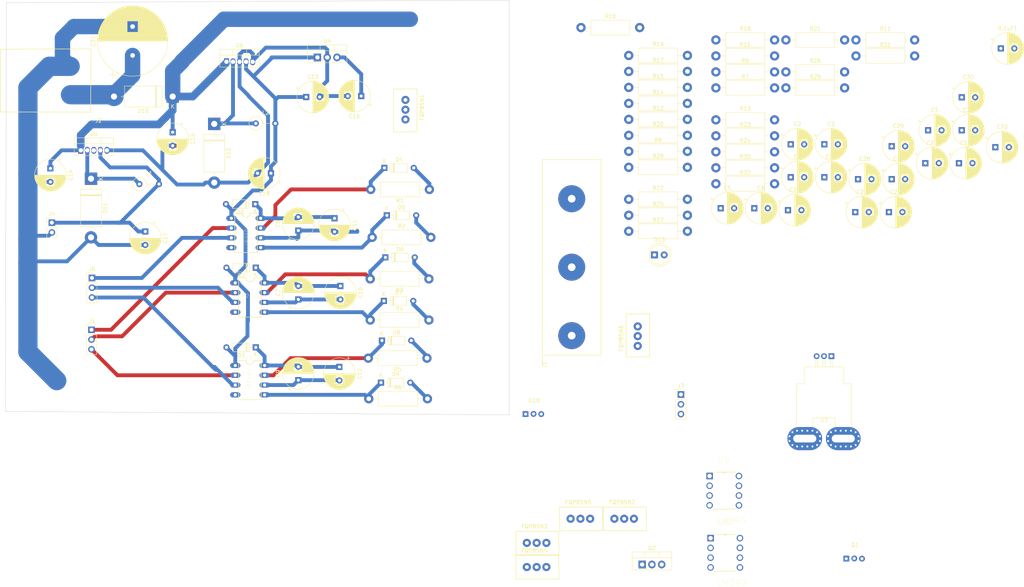
<source format=kicad_pcb>
(kicad_pcb (version 20171130) (host pcbnew "(5.0.2)-1")
  (layers (0 F.Cu signal) (31 B.Cu signal) (34 B.Paste user) (35 F.Paste user) (36 B.SilkS user) (37 F.SilkS user) (38 B.Mask user) (39 F.Mask user) (44 Edge.Cuts user))
  (net 0 "")
  (net 1 /Sheet5CB00087/CP)
  (net 2 GNDREF)
  (net 3 "Net-(R10-Pad2)")
  (net 4 +5V)
  (net 5 "Net-(C30-Pad1)")
  (net 6 /Sheet5CB00087/5V)
  (net 7 /Sheet5CB00087/V_BAT2+)
  (net 8 "Net-(D12-Pad1)")
  (net 9 /Sheet5CB00087/12V_Bootstrap)
  (net 10 /Sheet5CB00087/12V_Board)
  (net 11 "Net-(D11-Pad1)")
  (net 12 "Net-(D9-Pad1)")
  (net 13 "Net-(D9-Pad2)")
  (net 14 "Net-(D8-Pad2)")
  (net 15 "Net-(D8-Pad1)")
  (net 16 "Net-(D7-Pad1)")
  (net 17 "Net-(D7-Pad2)")
  (net 18 "Net-(D6-Pad2)")
  (net 19 "Net-(D6-Pad1)")
  (net 20 "Net-(D5-Pad1)")
  (net 21 "Net-(D5-Pad2)")
  (net 22 "Net-(D4-Pad2)")
  (net 23 "Net-(D4-Pad1)")
  (net 24 "Net-(C12-Pad1)")
  (net 25 "Net-(C10-Pad1)")
  (net 26 "Net-(C11-Pad1)")
  (net 27 /Sheet5CB00087/V_BAT+)
  (net 28 /Sheet5CB00087/PHASE_C)
  (net 29 /Sheet5CB00087/PHASE_B)
  (net 30 /Sheet5CB00087/PHASE_A)
  (net 31 "Net-(Q1-Pad1)")
  (net 32 "Net-(Q1-Pad2)")
  (net 33 "Net-(Q2-Pad3)")
  (net 34 "Net-(R23-Pad2)")
  (net 35 /Sheet5CB00087/BEMF_REF)
  (net 36 /Sheet5CB00087/BEMF_A)
  (net 37 /Sheet5CB00087/BEMF_B)
  (net 38 "Net-(R22-Pad2)")
  (net 39 /Sheet5CB00087/BEMF_C)
  (net 40 "Net-(R24-Pad2)")
  (net 41 /Sheet5CB00087/EXTIA)
  (net 42 /Sheet5CB00087/EXTIB)
  (net 43 /Sheet5CB00087/EXTIC)
  (net 44 "Net-(R15-Pad1)")
  (net 45 "Net-(R11-Pad2)")
  (net 46 /Sheet5CB00087/CURRENT_SENSOR)
  (net 47 "Net-(D13-Pad2)")
  (net 48 /Sheet5CB00087/READ_CMD)
  (net 49 /Sheet5CB00087/BATT_VOLTAGE)
  (net 50 /Sheet5CB00087/HIN1)
  (net 51 /Sheet5CB00087/LIN1)
  (net 52 /Sheet5CB00087/LIN2)
  (net 53 /Sheet5CB00087/HIN2)
  (net 54 /Sheet5CB00087/HIN3)
  (net 55 /Sheet5CB00087/LIN3)
  (module Capacitor_THT:CP_Radial_D8.0mm_P3.50mm (layer F.Cu) (at 90.424 60.96 180)
    (fp_text reference C18 (at 1.75 -5.25 180) (layer F.SilkS))
    (fp_text value 330uF)
    (pad 2 thru_hole circle (at 3.5 0 180) (size 1.6 1.6) (drill 0.8) (layers *.Cu *.Mask) (net 2 GNDREF))
    (pad 1 thru_hole rect (at 0 0 180) (size 1.6 1.6) (drill 0.8) (layers *.Cu *.Mask) (net 9 /Sheet5CB00087/12V_Bootstrap))
  )
  (module Capacitor_THT:CP_Radial_D8.0mm_P3.50mm (layer F.Cu) (at 97.536 75.819 90)
    (fp_text reference C8 (at 1.75 -5.25 90) (layer F.SilkS))
    (fp_text value 10uF)
    (pad 1 thru_hole rect (at 0 0 90) (size 1.6 1.6) (drill 0.8) (layers *.Cu *.Mask) (net 30 /Sheet5CB00087/PHASE_A))
    (pad 2 thru_hole circle (at 3.5 0 90) (size 1.6 1.6) (drill 0.8) (layers *.Cu *.Mask) (net 26 "Net-(C11-Pad1)"))
  )
  (module Inductor_THT:L_Axial_L7.0mm_D3.3mm_P5.08mm_Vertical_Fastron_MICC (layer F.Cu) (at 86.487 48.006)
    (fp_text reference L2 (at 2.54 -2.77) (layer F.SilkS))
    (fp_text value 300uH)
    (pad 2 thru_hole oval (at 5.08 0) (size 1.6 1.6) (drill 0.8) (layers *.Cu *.Mask) (net 9 /Sheet5CB00087/12V_Bootstrap))
    (pad 1 thru_hole circle (at 0 0) (size 1.6 1.6) (drill 0.8) (layers *.Cu *.Mask) (net 8 "Net-(D12-Pad1)"))
  )
  (module Package_TO_SOT_THT:TO-220-3_Vertical (layer F.Cu) (at 102.489 30.861)
    (fp_text reference U4 (at 2.54 -4.27) (layer F.SilkS))
    (fp_text value L7805)
    (pad 3 thru_hole oval (at 5.08 0) (size 1.905 2) (drill 1.1) (layers *.Cu *.Mask) (net 6 /Sheet5CB00087/5V))
    (pad 2 thru_hole oval (at 2.54 0) (size 1.905 2) (drill 1.1) (layers *.Cu *.Mask) (net 2 GNDREF))
    (pad 1 thru_hole rect (at 0 0) (size 1.905 2) (drill 1.1) (layers *.Cu *.Mask) (net 9 /Sheet5CB00087/12V_Bootstrap))
  )
  (module Diode_THT:D_DO-201AD_P15.24mm_Horizontal (layer F.Cu) (at 75.692 48.133 270)
    (fp_text reference D12 (at 7.62 -3.72 270) (layer F.SilkS))
    (fp_text value 1N5828)
    (fp_text user K (at 0 -2.6 270) (layer F.SilkS))
    (pad 1 thru_hole rect (at 0 0 270) (size 3.2 3.2) (drill 1.6) (layers *.Cu *.Mask) (net 8 "Net-(D12-Pad1)"))
    (pad 2 thru_hole oval (at 15.24 0 270) (size 3.2 3.2) (drill 1.6) (layers *.Cu *.Mask) (net 2 GNDREF))
  )
  (module Diode_THT:D_DO-35_SOD27_P7.62mm_Horizontal (layer F.Cu) (at 86.36 68.961 180)
    (fp_text reference D1 (at 3.81 -2.12 180) (layer F.SilkS))
    (fp_text value 1N4148)
    (fp_text user K (at 0 -1.8 180) (layer F.SilkS))
    (pad 1 thru_hole rect (at 0 0 180) (size 1.6 1.6) (drill 0.8) (layers *.Cu *.Mask) (net 26 "Net-(C11-Pad1)"))
    (pad 2 thru_hole oval (at 7.62 0 180) (size 1.6 1.6) (drill 0.8) (layers *.Cu *.Mask) (net 9 /Sheet5CB00087/12V_Bootstrap))
  )
  (module Package_TO_SOT_THT:TO-220-5_Vertical (layer F.Cu) (at 78.867 32.004)
    (fp_text reference U6 (at 3.4 -4.27) (layer F.SilkS))
    (fp_text value LM2576HVT-12)
    (pad 1 thru_hole rect (at 0 0) (size 1.275 1.8) (drill 1.1) (layers *.Cu *.Mask) (net 7 /Sheet5CB00087/V_BAT2+))
    (pad 2 thru_hole oval (at 1.7 0) (size 1.275 1.8) (drill 1.1) (layers *.Cu *.Mask) (net 8 "Net-(D12-Pad1)"))
    (pad 3 thru_hole oval (at 3.4 0) (size 1.275 1.8) (drill 1.1) (layers *.Cu *.Mask) (net 2 GNDREF))
    (pad 4 thru_hole oval (at 5.1 0) (size 1.275 1.8) (drill 1.1) (layers *.Cu *.Mask) (net 9 /Sheet5CB00087/12V_Bootstrap))
    (pad 5 thru_hole oval (at 6.8 0) (size 1.275 1.8) (drill 1.1) (layers *.Cu *.Mask) (net 2 GNDREF))
  )
  (module Connector_PinHeader_2.54mm:PinHeader_1x03_P2.54mm_Vertical (layer F.Cu) (at 43.942 88.138)
    (fp_text reference J6 (at 0 -2.33) (layer F.SilkS))
    (fp_text value Conn_01x03)
    (pad 3 thru_hole oval (at 0 5.08) (size 1.7 1.7) (drill 1) (layers *.Cu *.Mask) (net 55 /Sheet5CB00087/LIN3))
    (pad 2 thru_hole oval (at 0 2.54) (size 1.7 1.7) (drill 1) (layers *.Cu *.Mask) (net 52 /Sheet5CB00087/LIN2))
    (pad 1 thru_hole rect (at 0 0) (size 1.7 1.7) (drill 1) (layers *.Cu *.Mask) (net 51 /Sheet5CB00087/LIN1))
  )
  (module Connector_PinHeader_2.54mm:PinHeader_1x03_P2.54mm_Vertical (layer F.Cu) (at 43.815 101.6)
    (fp_text reference J5 (at 0 -2.33) (layer F.SilkS))
    (fp_text value Conn_01x03)
    (pad 1 thru_hole rect (at 0 0) (size 1.7 1.7) (drill 1) (layers *.Cu *.Mask) (net 50 /Sheet5CB00087/HIN1))
    (pad 2 thru_hole oval (at 0 2.54) (size 1.7 1.7) (drill 1) (layers *.Cu *.Mask) (net 53 /Sheet5CB00087/HIN2))
    (pad 3 thru_hole oval (at 0 5.08) (size 1.7 1.7) (drill 1) (layers *.Cu *.Mask) (net 54 /Sheet5CB00087/HIN3))
  )
  (module Connector:MOTOR_CONNECTOR (layer F.Cu) (at 160.909 110.744 90)
    (fp_text reference J1 (at 0 0.5 90) (layer F.SilkS))
    (fp_text value Conn_01x03)
    (pad 1 thru_hole circle (at 7.62 7.62 90) (size 7 7) (drill 2) (layers *.Cu *.Mask) (net 30 /Sheet5CB00087/PHASE_A))
    (pad 2 thru_hole circle (at 25.4 7.62 90) (size 7 7) (drill 2) (layers *.Cu *.Mask) (net 29 /Sheet5CB00087/PHASE_B))
    (pad 3 thru_hole circle (at 43.18 7.62 90) (size 7 7) (drill 2) (layers *.Cu *.Mask) (net 28 /Sheet5CB00087/PHASE_C))
  )
  (module Capacitor_THT:CP_Radial_D18.0mm_P7.50mm (layer F.Cu) (at 54.483 30.353 90)
    (fp_text reference C31 (at 3.75 -10.25 90) (layer F.SilkS))
    (fp_text value C)
    (pad 1 thru_hole rect (at 0 0 90) (size 2.4 2.4) (drill 1.2) (layers *.Cu *.Mask) (net 27 /Sheet5CB00087/V_BAT+))
    (pad 2 thru_hole circle (at 7.5 0 90) (size 2.4 2.4) (drill 1.2) (layers *.Cu *.Mask) (net 2 GNDREF))
  )
  (module Capacitor_THT:CP_Radial_D8.0mm_P3.50mm (layer F.Cu) (at 113.863 40.894 180)
    (fp_text reference C16 (at 1.75 -5.25 180) (layer F.SilkS))
    (fp_text value 0.1uF)
    (pad 1 thru_hole rect (at 0 0 180) (size 1.6 1.6) (drill 0.8) (layers *.Cu *.Mask) (net 6 /Sheet5CB00087/5V))
    (pad 2 thru_hole circle (at 3.5 0 180) (size 1.6 1.6) (drill 0.8) (layers *.Cu *.Mask) (net 2 GNDREF))
  )
  (module Capacitor_THT:CP_Radial_D8.0mm_P3.50mm (layer F.Cu) (at 269.108699 58.332001)
    (fp_text reference C19 (at 1.75 -5.25) (layer F.SilkS))
    (fp_text value C_Small)
    (pad 1 thru_hole rect (at 0 0) (size 1.6 1.6) (drill 0.8) (layers *.Cu *.Mask) (net 46 /Sheet5CB00087/CURRENT_SENSOR))
    (pad 2 thru_hole circle (at 3.5 0) (size 1.6 1.6) (drill 0.8) (layers *.Cu *.Mask) (net 2 GNDREF))
  )
  (module Capacitor_THT:CP_Radial_D8.0mm_P3.50mm (layer F.Cu) (at 278.558699 54.182001)
    (fp_text reference C20 (at 1.75 -5.25) (layer F.SilkS))
    (fp_text value C_Small)
    (pad 2 thru_hole circle (at 3.5 0) (size 1.6 1.6) (drill 0.8) (layers *.Cu *.Mask) (net 2 GNDREF))
    (pad 1 thru_hole rect (at 0 0) (size 1.6 1.6) (drill 0.8) (layers *.Cu *.Mask) (net 35 /Sheet5CB00087/BEMF_REF))
  )
  (module Capacitor_THT:CP_Radial_D8.0mm_P3.50mm (layer F.Cu) (at 269.818699 49.782001)
    (fp_text reference C21 (at 1.75 -5.25) (layer F.SilkS))
    (fp_text value C_Small)
    (pad 1 thru_hole rect (at 0 0) (size 1.6 1.6) (drill 0.8) (layers *.Cu *.Mask) (net 36 /Sheet5CB00087/BEMF_A))
    (pad 2 thru_hole circle (at 3.5 0) (size 1.6 1.6) (drill 0.8) (layers *.Cu *.Mask) (net 2 GNDREF))
  )
  (module Capacitor_THT:CP_Radial_D8.0mm_P3.50mm (layer F.Cu) (at 260.368699 58.332001)
    (fp_text reference C23 (at 1.75 -5.25) (layer F.SilkS))
    (fp_text value C_Small)
    (pad 2 thru_hole circle (at 3.5 0) (size 1.6 1.6) (drill 0.8) (layers *.Cu *.Mask) (net 2 GNDREF))
    (pad 1 thru_hole rect (at 0 0) (size 1.6 1.6) (drill 0.8) (layers *.Cu *.Mask) (net 39 /Sheet5CB00087/BEMF_C))
  )
  (module Capacitor_THT:CP_Radial_D8.0mm_P3.50mm (layer F.Cu) (at 250.918699 71.032001)
    (fp_text reference C24 (at 1.75 -5.25) (layer F.SilkS))
    (fp_text value 1)
    (pad 1 thru_hole rect (at 0 0) (size 1.6 1.6) (drill 0.8) (layers *.Cu *.Mask) (net 6 /Sheet5CB00087/5V))
    (pad 2 thru_hole circle (at 3.5 0) (size 1.6 1.6) (drill 0.8) (layers *.Cu *.Mask) (net 2 GNDREF))
  )
  (module Capacitor_THT:CP_Radial_D8.0mm_P3.50mm (layer F.Cu) (at 64.897 50.292 270)
    (fp_text reference C15 (at 1.75 -5.25 270) (layer F.SilkS))
    (fp_text value 100uF)
    (pad 2 thru_hole circle (at 3.5 0 270) (size 1.6 1.6) (drill 0.8) (layers *.Cu *.Mask) (net 2 GNDREF))
    (pad 1 thru_hole rect (at 0 0 270) (size 1.6 1.6) (drill 0.8) (layers *.Cu *.Mask) (net 7 /Sheet5CB00087/V_BAT2+))
  )
  (module Capacitor_THT:CP_Radial_D8.0mm_P3.50mm (layer F.Cu) (at 242.178699 71.032001)
    (fp_text reference C26 (at 1.75 -5.25) (layer F.SilkS))
    (fp_text value C_Small)
    (pad 1 thru_hole rect (at 0 0) (size 1.6 1.6) (drill 0.8) (layers *.Cu *.Mask) (net 41 /Sheet5CB00087/EXTIA))
    (pad 2 thru_hole circle (at 3.5 0) (size 1.6 1.6) (drill 0.8) (layers *.Cu *.Mask) (net 2 GNDREF))
  )
  (module Capacitor_THT:CP_Radial_D8.0mm_P3.50mm (layer F.Cu) (at 251.628699 62.482001)
    (fp_text reference C27 (at 1.75 -5.25) (layer F.SilkS))
    (fp_text value C_Small)
    (pad 2 thru_hole circle (at 3.5 0) (size 1.6 1.6) (drill 0.8) (layers *.Cu *.Mask) (net 2 GNDREF))
    (pad 1 thru_hole rect (at 0 0) (size 1.6 1.6) (drill 0.8) (layers *.Cu *.Mask) (net 42 /Sheet5CB00087/EXTIB))
  )
  (module Capacitor_THT:CP_Radial_D8.0mm_P3.50mm (layer F.Cu) (at 242.888699 62.482001)
    (fp_text reference C28 (at 1.75 -5.25) (layer F.SilkS))
    (fp_text value C_Small)
    (pad 1 thru_hole rect (at 0 0) (size 1.6 1.6) (drill 0.8) (layers *.Cu *.Mask) (net 43 /Sheet5CB00087/EXTIC))
    (pad 2 thru_hole circle (at 3.5 0) (size 1.6 1.6) (drill 0.8) (layers *.Cu *.Mask) (net 2 GNDREF))
  )
  (module Capacitor_THT:CP_Radial_D8.0mm_P3.50mm (layer F.Cu) (at 251.628699 53.932001)
    (fp_text reference C29 (at 1.75 -5.25) (layer F.SilkS))
    (fp_text value C_Small)
    (pad 2 thru_hole circle (at 3.5 0) (size 1.6 1.6) (drill 0.8) (layers *.Cu *.Mask) (net 2 GNDREF))
    (pad 1 thru_hole rect (at 0 0) (size 1.6 1.6) (drill 0.8) (layers *.Cu *.Mask) (net 6 /Sheet5CB00087/5V))
  )
  (module Capacitor_THT:CP_Radial_D8.0mm_P3.50mm (layer F.Cu) (at 261.078699 49.782001)
    (fp_text reference C1 (at 1.75 -5.25) (layer F.SilkS))
    (fp_text value 10uF)
    (pad 1 thru_hole rect (at 0 0) (size 1.6 1.6) (drill 0.8) (layers *.Cu *.Mask) (net 9 /Sheet5CB00087/12V_Bootstrap))
    (pad 2 thru_hole circle (at 3.5 0) (size 1.6 1.6) (drill 0.8) (layers *.Cu *.Mask) (net 2 GNDREF))
  )
  (module Capacitor_THT:CP_Radial_D8.0mm_P3.50mm (layer F.Cu) (at 269.818699 41.232001)
    (fp_text reference C30 (at 1.75 -5.25) (layer F.SilkS))
    (fp_text value C_Small)
    (pad 2 thru_hole circle (at 3.5 0) (size 1.6 1.6) (drill 0.8) (layers *.Cu *.Mask) (net 2 GNDREF))
    (pad 1 thru_hole rect (at 0 0) (size 1.6 1.6) (drill 0.8) (layers *.Cu *.Mask) (net 5 "Net-(C30-Pad1)"))
  )
  (module Capacitor_THT:CP_Radial_D8.0mm_P3.50mm (layer F.Cu) (at 57.785 76.073 270)
    (fp_text reference C17 (at 1.75 -5.25 270) (layer F.SilkS))
    (fp_text value 330uF)
    (pad 1 thru_hole rect (at 0 0 270) (size 1.6 1.6) (drill 0.8) (layers *.Cu *.Mask) (net 10 /Sheet5CB00087/12V_Board))
    (pad 2 thru_hole circle (at 3.5 0 270) (size 1.6 1.6) (drill 0.8) (layers *.Cu *.Mask) (net 2 GNDREF))
  )
  (module Capacitor_THT:CP_Radial_D8.0mm_P3.50mm (layer F.Cu) (at 279.978699 28.532001)
    (fp_text reference 0.1uF1 (at 1.75 -5.25) (layer F.SilkS))
    (fp_text value C_Small)
    (pad 2 thru_hole circle (at 3.5 0) (size 1.6 1.6) (drill 0.8) (layers *.Cu *.Mask) (net 2 GNDREF))
    (pad 1 thru_hole rect (at 0 0) (size 1.6 1.6) (drill 0.8) (layers *.Cu *.Mask) (net 4 +5V))
  )
  (module Capacitor_THT:CP_Radial_D8.0mm_P3.50mm (layer F.Cu) (at 225.408699 53.432001)
    (fp_text reference C2 (at 1.75 -5.25) (layer F.SilkS))
    (fp_text value 10uF)
    (pad 1 thru_hole rect (at 0 0) (size 1.6 1.6) (drill 0.8) (layers *.Cu *.Mask) (net 9 /Sheet5CB00087/12V_Bootstrap))
    (pad 2 thru_hole circle (at 3.5 0) (size 1.6 1.6) (drill 0.8) (layers *.Cu *.Mask) (net 2 GNDREF))
  )
  (module Capacitor_THT:CP_Radial_D8.0mm_P3.50mm (layer F.Cu) (at 234.148699 53.432001)
    (fp_text reference C3 (at 1.75 -5.25) (layer F.SilkS))
    (fp_text value 10uF)
    (pad 2 thru_hole circle (at 3.5 0) (size 1.6 1.6) (drill 0.8) (layers *.Cu *.Mask) (net 2 GNDREF))
    (pad 1 thru_hole rect (at 0 0) (size 1.6 1.6) (drill 0.8) (layers *.Cu *.Mask) (net 9 /Sheet5CB00087/12V_Bootstrap))
  )
  (module Capacitor_THT:CP_Radial_D8.0mm_P3.50mm (layer F.Cu) (at 225.408699 61.982001)
    (fp_text reference C4 (at 1.75 -5.25) (layer F.SilkS))
    (fp_text value 100nF)
    (pad 1 thru_hole rect (at 0 0) (size 1.6 1.6) (drill 0.8) (layers *.Cu *.Mask) (net 9 /Sheet5CB00087/12V_Bootstrap))
    (pad 2 thru_hole circle (at 3.5 0) (size 1.6 1.6) (drill 0.8) (layers *.Cu *.Mask) (net 2 GNDREF))
  )
  (module Capacitor_THT:CP_Radial_D8.0mm_P3.50mm (layer F.Cu) (at 207.218699 70.032001)
    (fp_text reference C5 (at 1.75 -5.25) (layer F.SilkS))
    (fp_text value 100nF)
    (pad 2 thru_hole circle (at 3.5 0) (size 1.6 1.6) (drill 0.8) (layers *.Cu *.Mask) (net 2 GNDREF))
    (pad 1 thru_hole rect (at 0 0) (size 1.6 1.6) (drill 0.8) (layers *.Cu *.Mask) (net 9 /Sheet5CB00087/12V_Bootstrap))
  )
  (module Capacitor_THT:CP_Radial_D8.0mm_P3.50mm (layer F.Cu) (at 215.958699 70.032001)
    (fp_text reference C6 (at 1.75 -5.25) (layer F.SilkS))
    (fp_text value 100nF)
    (pad 1 thru_hole rect (at 0 0) (size 1.6 1.6) (drill 0.8) (layers *.Cu *.Mask) (net 9 /Sheet5CB00087/12V_Bootstrap))
    (pad 2 thru_hole circle (at 3.5 0) (size 1.6 1.6) (drill 0.8) (layers *.Cu *.Mask) (net 2 GNDREF))
  )
  (module Capacitor_THT:CP_Radial_D8.0mm_P3.50mm (layer F.Cu) (at 97.536 93.726 90)
    (fp_text reference C7 (at 1.75 -5.25 90) (layer F.SilkS))
    (fp_text value 10uF)
    (pad 2 thru_hole circle (at 3.5 0 90) (size 1.6 1.6) (drill 0.8) (layers *.Cu *.Mask) (net 25 "Net-(C10-Pad1)"))
    (pad 1 thru_hole rect (at 0 0 90) (size 1.6 1.6) (drill 0.8) (layers *.Cu *.Mask) (net 29 /Sheet5CB00087/PHASE_B))
  )
  (module Capacitor_THT:CP_Radial_D8.0mm_P3.50mm (layer F.Cu) (at 97.536 114.681 90)
    (fp_text reference C9 (at 1.75 -5.25 90) (layer F.SilkS))
    (fp_text value 10uF)
    (pad 2 thru_hole circle (at 3.5 0 90) (size 1.6 1.6) (drill 0.8) (layers *.Cu *.Mask) (net 24 "Net-(C12-Pad1)"))
    (pad 1 thru_hole rect (at 0 0 90) (size 1.6 1.6) (drill 0.8) (layers *.Cu *.Mask) (net 28 /Sheet5CB00087/PHASE_C))
  )
  (module Capacitor_THT:CP_Radial_D8.0mm_P3.50mm (layer F.Cu) (at 108.458 90.226 270)
    (fp_text reference C10 (at 1.75 -5.25 270) (layer F.SilkS))
    (fp_text value 100nF)
    (pad 1 thru_hole rect (at 0 0 270) (size 1.6 1.6) (drill 0.8) (layers *.Cu *.Mask) (net 25 "Net-(C10-Pad1)"))
    (pad 2 thru_hole circle (at 3.5 0 270) (size 1.6 1.6) (drill 0.8) (layers *.Cu *.Mask) (net 29 /Sheet5CB00087/PHASE_B))
  )
  (module Capacitor_THT:CP_Radial_D8.0mm_P3.50mm (layer F.Cu) (at 106.934 72.644 270)
    (fp_text reference C11 (at 1.75 -5.25 270) (layer F.SilkS))
    (fp_text value 100nF)
    (pad 2 thru_hole circle (at 3.5 0 270) (size 1.6 1.6) (drill 0.8) (layers *.Cu *.Mask) (net 30 /Sheet5CB00087/PHASE_A))
    (pad 1 thru_hole rect (at 0 0 270) (size 1.6 1.6) (drill 0.8) (layers *.Cu *.Mask) (net 26 "Net-(C11-Pad1)"))
  )
  (module Capacitor_THT:CP_Radial_D8.0mm_P3.50mm (layer F.Cu) (at 108.204 111.252 270)
    (fp_text reference C12 (at 1.75 -5.25 270) (layer F.SilkS))
    (fp_text value 100nF)
    (pad 1 thru_hole rect (at 0 0 270) (size 1.6 1.6) (drill 0.8) (layers *.Cu *.Mask) (net 24 "Net-(C12-Pad1)"))
    (pad 2 thru_hole circle (at 3.5 0 270) (size 1.6 1.6) (drill 0.8) (layers *.Cu *.Mask) (net 28 /Sheet5CB00087/PHASE_C))
  )
  (module Capacitor_THT:CP_Radial_D8.0mm_P3.50mm (layer F.Cu) (at 99.568 41.148)
    (fp_text reference C13 (at 1.75 -5.25) (layer F.SilkS))
    (fp_text value CP1)
    (pad 2 thru_hole circle (at 3.5 0) (size 1.6 1.6) (drill 0.8) (layers *.Cu *.Mask) (net 2 GNDREF))
    (pad 1 thru_hole rect (at 0 0) (size 1.6 1.6) (drill 0.8) (layers *.Cu *.Mask) (net 9 /Sheet5CB00087/12V_Bootstrap))
  )
  (module Capacitor_THT:CP_Radial_D8.0mm_P3.50mm (layer F.Cu) (at 33.147 59.69 270)
    (fp_text reference C14 (at 1.75 -5.25 270) (layer F.SilkS))
    (fp_text value 100uF)
    (pad 1 thru_hole rect (at 0 0 270) (size 1.6 1.6) (drill 0.8) (layers *.Cu *.Mask) (net 7 /Sheet5CB00087/V_BAT2+))
    (pad 2 thru_hole circle (at 3.5 0 270) (size 1.6 1.6) (drill 0.8) (layers *.Cu *.Mask) (net 2 GNDREF))
  )
  (module Capacitor_THT:CP_Radial_D8.0mm_P3.50mm (layer F.Cu) (at 234.148699 61.982001)
    (fp_text reference C22 (at 1.75 -5.25) (layer F.SilkS))
    (fp_text value C_Small)
    (pad 2 thru_hole circle (at 3.5 0) (size 1.6 1.6) (drill 0.8) (layers *.Cu *.Mask) (net 2 GNDREF))
    (pad 1 thru_hole rect (at 0 0) (size 1.6 1.6) (drill 0.8) (layers *.Cu *.Mask) (net 37 /Sheet5CB00087/BEMF_B))
  )
  (module Capacitor_THT:CP_Radial_D8.0mm_P3.50mm (layer F.Cu) (at 224.698699 70.532001)
    (fp_text reference C25 (at 1.75 -5.25) (layer F.SilkS))
    (fp_text value 1)
    (pad 1 thru_hole rect (at 0 0) (size 1.6 1.6) (drill 0.8) (layers *.Cu *.Mask) (net 6 /Sheet5CB00087/5V))
    (pad 2 thru_hole circle (at 3.5 0) (size 1.6 1.6) (drill 0.8) (layers *.Cu *.Mask) (net 2 GNDREF))
  )
  (module Inductor_THT:L_Axial_L7.0mm_D3.3mm_P5.08mm_Vertical_Fastron_MICC (layer F.Cu) (at 56.261 63.754)
    (fp_text reference L1 (at 2.54 -2.77) (layer F.SilkS))
    (fp_text value 300uH)
    (pad 1 thru_hole circle (at 0 0) (size 1.6 1.6) (drill 0.8) (layers *.Cu *.Mask) (net 11 "Net-(D11-Pad1)"))
    (pad 2 thru_hole oval (at 5.08 0) (size 1.6 1.6) (drill 0.8) (layers *.Cu *.Mask) (net 10 /Sheet5CB00087/12V_Board))
  )
  (module LED_THT:LED_D5.0mm (layer F.Cu) (at 190.015001 82.146001)
    (fp_text reference D13 (at 1.27 -3.96) (layer F.SilkS))
    (fp_text value LED)
    (pad 1 thru_hole rect (at 0 0) (size 1.8 1.8) (drill 0.9) (layers *.Cu *.Mask) (net 2 GNDREF))
    (pad 2 thru_hole circle (at 2.54 0) (size 1.8 1.8) (drill 0.9) (layers *.Cu *.Mask) (net 47 "Net-(D13-Pad2)"))
  )
  (module Resistor_THT:R_Axial_DIN0411_L9.9mm_D3.6mm_P15.24mm_Horizontal (layer F.Cu) (at 131.572 65.151 180)
    (fp_text reference R1 (at 7.62 -2.92 180) (layer F.SilkS))
    (fp_text value 22)
    (pad 2 thru_hole oval (at 15.24 0 180) (size 2.4 2.4) (drill 1.2) (layers *.Cu *.Mask) (net 23 "Net-(D4-Pad1)"))
    (pad 1 thru_hole circle (at 0 0 180) (size 2.4 2.4) (drill 1.2) (layers *.Cu *.Mask) (net 22 "Net-(D4-Pad2)"))
  )
  (module Resistor_THT:R_Axial_DIN0411_L9.9mm_D3.6mm_P15.24mm_Horizontal (layer F.Cu) (at 116.713 77.597)
    (fp_text reference R2 (at 7.62 -2.92) (layer F.SilkS))
    (fp_text value 22)
    (pad 1 thru_hole circle (at 0 0) (size 2.4 2.4) (drill 1.2) (layers *.Cu *.Mask) (net 20 "Net-(D5-Pad1)"))
    (pad 2 thru_hole oval (at 15.24 0) (size 2.4 2.4) (drill 1.2) (layers *.Cu *.Mask) (net 21 "Net-(D5-Pad2)"))
  )
  (module Resistor_THT:R_Axial_DIN0411_L9.9mm_D3.6mm_P15.24mm_Horizontal (layer F.Cu) (at 131.445 88.392 180)
    (fp_text reference R3 (at 7.62 -2.92 180) (layer F.SilkS))
    (fp_text value 22)
    (pad 2 thru_hole oval (at 15.24 0 180) (size 2.4 2.4) (drill 1.2) (layers *.Cu *.Mask) (net 19 "Net-(D6-Pad1)"))
    (pad 1 thru_hole circle (at 0 0 180) (size 2.4 2.4) (drill 1.2) (layers *.Cu *.Mask) (net 18 "Net-(D6-Pad2)"))
  )
  (module Resistor_THT:R_Axial_DIN0411_L9.9mm_D3.6mm_P15.24mm_Horizontal (layer F.Cu) (at 205.974001 63.682001)
    (fp_text reference R32 (at 7.62 -2.92) (layer F.SilkS))
    (fp_text value 13K)
    (pad 1 thru_hole circle (at 0 0) (size 2.4 2.4) (drill 1.2) (layers *.Cu *.Mask) (net 49 /Sheet5CB00087/BATT_VOLTAGE))
    (pad 2 thru_hole oval (at 15.24 0) (size 2.4 2.4) (drill 1.2) (layers *.Cu *.Mask) (net 2 GNDREF))
  )
  (module Resistor_THT:R_Axial_DIN0411_L9.9mm_D3.6mm_P15.24mm_Horizontal (layer F.Cu) (at 242.354001 30.482001)
    (fp_text reference R31 (at 7.62 -2.92) (layer F.SilkS))
    (fp_text value 150K)
    (pad 2 thru_hole oval (at 15.24 0) (size 2.4 2.4) (drill 1.2) (layers *.Cu *.Mask) (net 49 /Sheet5CB00087/BATT_VOLTAGE))
    (pad 1 thru_hole circle (at 0 0) (size 2.4 2.4) (drill 1.2) (layers *.Cu *.Mask) (net 33 "Net-(Q2-Pad3)"))
  )
  (module Resistor_THT:R_Axial_DIN0411_L9.9mm_D3.6mm_P15.24mm_Horizontal (layer F.Cu) (at 205.974001 59.532001)
    (fp_text reference R30 (at 7.62 -2.92) (layer F.SilkS))
    (fp_text value 10K)
    (pad 1 thru_hole circle (at 0 0) (size 2.4 2.4) (drill 1.2) (layers *.Cu *.Mask) (net 7 /Sheet5CB00087/V_BAT2+))
    (pad 2 thru_hole oval (at 15.24 0) (size 2.4 2.4) (drill 1.2) (layers *.Cu *.Mask) (net 31 "Net-(Q1-Pad1)"))
  )
  (module Resistor_THT:R_Axial_DIN0411_L9.9mm_D3.6mm_P15.24mm_Horizontal (layer F.Cu) (at 224.164001 38.782001)
    (fp_text reference R29 (at 7.62 -2.92) (layer F.SilkS))
    (fp_text value 10K)
    (pad 2 thru_hole oval (at 15.24 0) (size 2.4 2.4) (drill 1.2) (layers *.Cu *.Mask) (net 48 /Sheet5CB00087/READ_CMD))
    (pad 1 thru_hole circle (at 0 0) (size 2.4 2.4) (drill 1.2) (layers *.Cu *.Mask) (net 32 "Net-(Q1-Pad2)"))
  )
  (module Resistor_THT:R_Axial_DIN0411_L9.9mm_D3.6mm_P15.24mm_Horizontal (layer F.Cu) (at 183.339001 76.005001)
    (fp_text reference R27 (at 7.62 -2.92) (layer F.SilkS))
    (fp_text value R)
    (pad 1 thru_hole circle (at 0 0) (size 2.4 2.4) (drill 1.2) (layers *.Cu *.Mask) (net 6 /Sheet5CB00087/5V))
    (pad 2 thru_hole oval (at 15.24 0) (size 2.4 2.4) (drill 1.2) (layers *.Cu *.Mask) (net 43 /Sheet5CB00087/EXTIC))
  )
  (module Resistor_THT:R_Axial_DIN0411_L9.9mm_D3.6mm_P15.24mm_Horizontal (layer F.Cu) (at 224.164001 34.632001)
    (fp_text reference R26 (at 7.62 -2.92) (layer F.SilkS))
    (fp_text value R)
    (pad 2 thru_hole oval (at 15.24 0) (size 2.4 2.4) (drill 1.2) (layers *.Cu *.Mask) (net 42 /Sheet5CB00087/EXTIB))
    (pad 1 thru_hole circle (at 0 0) (size 2.4 2.4) (drill 1.2) (layers *.Cu *.Mask) (net 6 /Sheet5CB00087/5V))
  )
  (module Resistor_THT:R_Axial_DIN0411_L9.9mm_D3.6mm_P15.24mm_Horizontal (layer F.Cu) (at 183.339001 71.855001)
    (fp_text reference R25 (at 7.62 -2.92) (layer F.SilkS))
    (fp_text value R)
    (pad 1 thru_hole circle (at 0 0) (size 2.4 2.4) (drill 1.2) (layers *.Cu *.Mask) (net 6 /Sheet5CB00087/5V))
    (pad 2 thru_hole oval (at 15.24 0) (size 2.4 2.4) (drill 1.2) (layers *.Cu *.Mask) (net 41 /Sheet5CB00087/EXTIA))
  )
  (module Resistor_THT:R_Axial_DIN0411_L9.9mm_D3.6mm_P15.24mm_Horizontal (layer F.Cu) (at 205.974001 55.382001)
    (fp_text reference R24 (at 7.62 -2.92) (layer F.SilkS))
    (fp_text value R)
    (pad 2 thru_hole oval (at 15.24 0) (size 2.4 2.4) (drill 1.2) (layers *.Cu *.Mask) (net 40 "Net-(R24-Pad2)"))
    (pad 1 thru_hole circle (at 0 0) (size 2.4 2.4) (drill 1.2) (layers *.Cu *.Mask) (net 43 /Sheet5CB00087/EXTIC))
  )
  (module Resistor_THT:R_Axial_DIN0411_L9.9mm_D3.6mm_P15.24mm_Horizontal (layer F.Cu) (at 205.974001 51.232001)
    (fp_text reference R23 (at 7.62 -2.92) (layer F.SilkS))
    (fp_text value R)
    (pad 1 thru_hole circle (at 0 0) (size 2.4 2.4) (drill 1.2) (layers *.Cu *.Mask) (net 41 /Sheet5CB00087/EXTIA))
    (pad 2 thru_hole oval (at 15.24 0) (size 2.4 2.4) (drill 1.2) (layers *.Cu *.Mask) (net 34 "Net-(R23-Pad2)"))
  )
  (module Resistor_THT:R_Axial_DIN0411_L9.9mm_D3.6mm_P15.24mm_Horizontal (layer F.Cu) (at 183.339001 67.705001)
    (fp_text reference R22 (at 7.62 -2.92) (layer F.SilkS))
    (fp_text value R)
    (pad 2 thru_hole oval (at 15.24 0) (size 2.4 2.4) (drill 1.2) (layers *.Cu *.Mask) (net 38 "Net-(R22-Pad2)"))
    (pad 1 thru_hole circle (at 0 0) (size 2.4 2.4) (drill 1.2) (layers *.Cu *.Mask) (net 42 /Sheet5CB00087/EXTIB))
  )
  (module Resistor_THT:R_Axial_DIN0411_L9.9mm_D3.6mm_P15.24mm_Horizontal (layer F.Cu) (at 242.354001 26.332001)
    (fp_text reference R11 (at 7.62 -2.92) (layer F.SilkS))
    (fp_text value R)
    (pad 1 thru_hole circle (at 0 0) (size 2.4 2.4) (drill 1.2) (layers *.Cu *.Mask) (net 30 /Sheet5CB00087/PHASE_A))
    (pad 2 thru_hole oval (at 15.24 0) (size 2.4 2.4) (drill 1.2) (layers *.Cu *.Mask) (net 45 "Net-(R11-Pad2)"))
  )
  (module Resistor_THT:R_Axial_DIN0411_L9.9mm_D3.6mm_P15.24mm_Horizontal (layer F.Cu) (at 183.339001 46.955001)
    (fp_text reference R12 (at 7.62 -2.92) (layer F.SilkS))
    (fp_text value R)
    (pad 2 thru_hole oval (at 15.24 0) (size 2.4 2.4) (drill 1.2) (layers *.Cu *.Mask) (net 45 "Net-(R11-Pad2)"))
    (pad 1 thru_hole circle (at 0 0) (size 2.4 2.4) (drill 1.2) (layers *.Cu *.Mask) (net 29 /Sheet5CB00087/PHASE_B))
  )
  (module Resistor_THT:R_Axial_DIN0411_L9.9mm_D3.6mm_P15.24mm_Horizontal (layer F.Cu) (at 183.339001 59.405001)
    (fp_text reference R28 (at 7.62 -2.92) (layer F.SilkS))
    (fp_text value R)
    (pad 1 thru_hole circle (at 0 0) (size 2.4 2.4) (drill 1.2) (layers *.Cu *.Mask) (net 5 "Net-(C30-Pad1)"))
    (pad 2 thru_hole oval (at 15.24 0) (size 2.4 2.4) (drill 1.2) (layers *.Cu *.Mask) (net 47 "Net-(D13-Pad2)"))
  )
  (module Resistor_THT:R_Axial_DIN0411_L9.9mm_D3.6mm_P15.24mm_Horizontal (layer F.Cu) (at 130.937 108.966 180)
    (fp_text reference R5 (at 7.62 -2.92 180) (layer F.SilkS))
    (fp_text value 22)
    (pad 2 thru_hole oval (at 15.24 0 180) (size 2.4 2.4) (drill 1.2) (layers *.Cu *.Mask) (net 15 "Net-(D8-Pad1)"))
    (pad 1 thru_hole circle (at 0 0 180) (size 2.4 2.4) (drill 1.2) (layers *.Cu *.Mask) (net 14 "Net-(D8-Pad2)"))
  )
  (module Resistor_THT:R_Axial_DIN0411_L9.9mm_D3.6mm_P15.24mm_Horizontal (layer F.Cu) (at 115.824 119.507)
    (fp_text reference R6 (at 7.62 -2.92) (layer F.SilkS))
    (fp_text value 22)
    (pad 1 thru_hole circle (at 0 0) (size 2.4 2.4) (drill 1.2) (layers *.Cu *.Mask) (net 12 "Net-(D9-Pad1)"))
    (pad 2 thru_hole oval (at 15.24 0) (size 2.4 2.4) (drill 1.2) (layers *.Cu *.Mask) (net 13 "Net-(D9-Pad2)"))
  )
  (module Resistor_THT:R_Axial_DIN0411_L9.9mm_D3.6mm_P15.24mm_Horizontal (layer F.Cu) (at 205.974001 38.782001)
    (fp_text reference R7 (at 7.62 -2.92) (layer F.SilkS))
    (fp_text value 150k)
    (pad 2 thru_hole oval (at 15.24 0) (size 2.4 2.4) (drill 1.2) (layers *.Cu *.Mask) (net 1 /Sheet5CB00087/CP))
    (pad 1 thru_hole circle (at 0 0) (size 2.4 2.4) (drill 1.2) (layers *.Cu *.Mask) (net 13 "Net-(D9-Pad2)"))
  )
  (module Resistor_THT:R_Axial_DIN0411_L9.9mm_D3.6mm_P15.24mm_Horizontal (layer F.Cu) (at 183.339001 55.255001)
    (fp_text reference R8 (at 7.62 -2.92) (layer F.SilkS))
    (fp_text value 150k)
    (pad 1 thru_hole circle (at 0 0) (size 2.4 2.4) (drill 1.2) (layers *.Cu *.Mask) (net 21 "Net-(D5-Pad2)"))
    (pad 2 thru_hole oval (at 15.24 0) (size 2.4 2.4) (drill 1.2) (layers *.Cu *.Mask) (net 1 /Sheet5CB00087/CP))
  )
  (module Resistor_THT:R_Axial_DIN0411_L9.9mm_D3.6mm_P15.24mm_Horizontal (layer F.Cu) (at 205.974001 34.632001)
    (fp_text reference R9 (at 7.62 -2.92) (layer F.SilkS))
    (fp_text value 150k)
    (pad 2 thru_hole oval (at 15.24 0) (size 2.4 2.4) (drill 1.2) (layers *.Cu *.Mask) (net 1 /Sheet5CB00087/CP))
    (pad 1 thru_hole circle (at 0 0) (size 2.4 2.4) (drill 1.2) (layers *.Cu *.Mask) (net 17 "Net-(D7-Pad2)"))
  )
  (module Resistor_THT:R_Axial_DIN0411_L9.9mm_D3.6mm_P15.24mm_Horizontal (layer F.Cu) (at 170.942 23.114)
    (fp_text reference R10 (at 7.62 -2.92) (layer F.SilkS))
    (fp_text value R)
    (pad 1 thru_hole circle (at 0 0) (size 2.4 2.4) (drill 1.2) (layers *.Cu *.Mask) (net 46 /Sheet5CB00087/CURRENT_SENSOR))
    (pad 2 thru_hole oval (at 15.24 0) (size 2.4 2.4) (drill 1.2) (layers *.Cu *.Mask) (net 3 "Net-(R10-Pad2)"))
  )
  (module Resistor_THT:R_Axial_DIN0411_L9.9mm_D3.6mm_P15.24mm_Horizontal (layer F.Cu) (at 224.164001 26.332001)
    (fp_text reference R21 (at 7.62 -2.92) (layer F.SilkS))
    (fp_text value R)
    (pad 2 thru_hole oval (at 15.24 0) (size 2.4 2.4) (drill 1.2) (layers *.Cu *.Mask) (net 2 GNDREF))
    (pad 1 thru_hole circle (at 0 0) (size 2.4 2.4) (drill 1.2) (layers *.Cu *.Mask) (net 39 /Sheet5CB00087/BEMF_C))
  )
  (module Resistor_THT:R_Axial_DIN0411_L9.9mm_D3.6mm_P15.24mm_Horizontal (layer F.Cu) (at 205.974001 47.082001)
    (fp_text reference R13 (at 7.62 -2.92) (layer F.SilkS))
    (fp_text value R)
    (pad 1 thru_hole circle (at 0 0) (size 2.4 2.4) (drill 1.2) (layers *.Cu *.Mask) (net 45 "Net-(R11-Pad2)"))
    (pad 2 thru_hole oval (at 15.24 0) (size 2.4 2.4) (drill 1.2) (layers *.Cu *.Mask) (net 35 /Sheet5CB00087/BEMF_REF))
  )
  (module Resistor_THT:R_Axial_DIN0411_L9.9mm_D3.6mm_P15.24mm_Horizontal (layer F.Cu) (at 183.339001 42.805001)
    (fp_text reference R14 (at 7.62 -2.92) (layer F.SilkS))
    (fp_text value R)
    (pad 2 thru_hole oval (at 15.24 0) (size 2.4 2.4) (drill 1.2) (layers *.Cu *.Mask) (net 2 GNDREF))
    (pad 1 thru_hole circle (at 0 0) (size 2.4 2.4) (drill 1.2) (layers *.Cu *.Mask) (net 35 /Sheet5CB00087/BEMF_REF))
  )
  (module Resistor_THT:R_Axial_DIN0411_L9.9mm_D3.6mm_P15.24mm_Horizontal (layer F.Cu) (at 183.339001 38.655001)
    (fp_text reference R15 (at 7.62 -2.92) (layer F.SilkS))
    (fp_text value R)
    (pad 1 thru_hole circle (at 0 0) (size 2.4 2.4) (drill 1.2) (layers *.Cu *.Mask) (net 44 "Net-(R15-Pad1)"))
    (pad 2 thru_hole oval (at 15.24 0) (size 2.4 2.4) (drill 1.2) (layers *.Cu *.Mask) (net 45 "Net-(R11-Pad2)"))
  )
  (module Resistor_THT:R_Axial_DIN0411_L9.9mm_D3.6mm_P15.24mm_Horizontal (layer F.Cu) (at 205.974001 30.482001)
    (fp_text reference R16 (at 7.62 -2.92) (layer F.SilkS))
    (fp_text value R)
    (pad 2 thru_hole oval (at 15.24 0) (size 2.4 2.4) (drill 1.2) (layers *.Cu *.Mask) (net 36 /Sheet5CB00087/BEMF_A))
    (pad 1 thru_hole circle (at 0 0) (size 2.4 2.4) (drill 1.2) (layers *.Cu *.Mask) (net 30 /Sheet5CB00087/PHASE_A))
  )
  (module Resistor_THT:R_Axial_DIN0411_L9.9mm_D3.6mm_P15.24mm_Horizontal (layer F.Cu) (at 183.339001 34.505001)
    (fp_text reference R17 (at 7.62 -2.92) (layer F.SilkS))
    (fp_text value R)
    (pad 1 thru_hole circle (at 0 0) (size 2.4 2.4) (drill 1.2) (layers *.Cu *.Mask) (net 36 /Sheet5CB00087/BEMF_A))
    (pad 2 thru_hole oval (at 15.24 0) (size 2.4 2.4) (drill 1.2) (layers *.Cu *.Mask) (net 2 GNDREF))
  )
  (module Resistor_THT:R_Axial_DIN0411_L9.9mm_D3.6mm_P15.24mm_Horizontal (layer F.Cu) (at 205.974001 26.332001)
    (fp_text reference R18 (at 7.62 -2.92) (layer F.SilkS))
    (fp_text value R)
    (pad 2 thru_hole oval (at 15.24 0) (size 2.4 2.4) (drill 1.2) (layers *.Cu *.Mask) (net 37 /Sheet5CB00087/BEMF_B))
    (pad 1 thru_hole circle (at 0 0) (size 2.4 2.4) (drill 1.2) (layers *.Cu *.Mask) (net 29 /Sheet5CB00087/PHASE_B))
  )
  (module Resistor_THT:R_Axial_DIN0411_L9.9mm_D3.6mm_P15.24mm_Horizontal (layer F.Cu) (at 183.339001 30.355001)
    (fp_text reference R19 (at 7.62 -2.92) (layer F.SilkS))
    (fp_text value R)
    (pad 1 thru_hole circle (at 0 0) (size 2.4 2.4) (drill 1.2) (layers *.Cu *.Mask) (net 37 /Sheet5CB00087/BEMF_B))
    (pad 2 thru_hole oval (at 15.24 0) (size 2.4 2.4) (drill 1.2) (layers *.Cu *.Mask) (net 2 GNDREF))
  )
  (module Resistor_THT:R_Axial_DIN0411_L9.9mm_D3.6mm_P15.24mm_Horizontal (layer F.Cu) (at 183.339001 51.105001)
    (fp_text reference R20 (at 7.62 -2.92) (layer F.SilkS))
    (fp_text value R)
    (pad 2 thru_hole oval (at 15.24 0) (size 2.4 2.4) (drill 1.2) (layers *.Cu *.Mask) (net 39 /Sheet5CB00087/BEMF_C))
    (pad 1 thru_hole circle (at 0 0) (size 2.4 2.4) (drill 1.2) (layers *.Cu *.Mask) (net 28 /Sheet5CB00087/PHASE_C))
  )
  (module Resistor_THT:R_Axial_DIN0411_L9.9mm_D3.6mm_P15.24mm_Horizontal (layer F.Cu) (at 116.205 99.06)
    (fp_text reference R4 (at 7.62 -2.92) (layer F.SilkS))
    (fp_text value 22)
    (pad 1 thru_hole circle (at 0 0) (size 2.4 2.4) (drill 1.2) (layers *.Cu *.Mask) (net 16 "Net-(D7-Pad1)"))
    (pad 2 thru_hole oval (at 15.24 0) (size 2.4 2.4) (drill 1.2) (layers *.Cu *.Mask) (net 17 "Net-(D7-Pad2)"))
  )
  (module Connector_PinHeader_2.54mm:PinHeader_1x02_P2.54mm_Vertical (layer F.Cu) (at 33.528 73.787)
    (fp_text reference J4 (at 0 -2.33) (layer F.SilkS))
    (fp_text value Conn_01x02)
    (pad 1 thru_hole rect (at 0 0) (size 1.7 1.7) (drill 1) (layers *.Cu *.Mask) (net 10 /Sheet5CB00087/12V_Board))
    (pad 2 thru_hole oval (at 0 2.54) (size 1.7 1.7) (drill 1) (layers *.Cu *.Mask) (net 2 GNDREF))
  )
  (module Connector_PinHeader_2.54mm:PinHeader_1x03_P2.54mm_Vertical (layer F.Cu) (at 196.897001 118.411001)
    (fp_text reference J3 (at 0 -2.33) (layer F.SilkS))
    (fp_text value Conn_01x03)
    (pad 1 thru_hole rect (at 0 0) (size 1.7 1.7) (drill 1) (layers *.Cu *.Mask) (net 41 /Sheet5CB00087/EXTIA))
    (pad 2 thru_hole oval (at 0 2.54) (size 1.7 1.7) (drill 1) (layers *.Cu *.Mask) (net 42 /Sheet5CB00087/EXTIB))
    (pad 3 thru_hole oval (at 0 5.08) (size 1.7 1.7) (drill 1) (layers *.Cu *.Mask) (net 43 /Sheet5CB00087/EXTIC))
  )
  (module LM393AN:DIP254P762X508-8 (layer F.Cu) (at 212.217 163.322)
    (fp_text reference U8 (at -4.01366 -11.8377) (layer F.SilkS) (effects (font (size 1.64018 1.64018) (thickness 0.05))))
    (fp_text value LM393 (at -2.06061 4.04492) (layer F.SilkS) (effects (font (size 1.64257 1.64257) (thickness 0.05))))
    (pad 8 thru_hole circle (at 0 -7.62) (size 1.6764 1.6764) (drill 1.1176) (layers *.Cu *.Mask) (net 6 /Sheet5CB00087/5V))
    (pad 7 thru_hole circle (at 0 -5.08) (size 1.6764 1.6764) (drill 1.1176) (layers *.Cu *.Mask))
    (pad 6 thru_hole circle (at 0 -2.54) (size 1.6764 1.6764) (drill 1.1176) (layers *.Cu *.Mask))
    (pad 5 thru_hole circle (at 0 0) (size 1.6764 1.6764) (drill 1.1176) (layers *.Cu *.Mask))
    (pad 4 thru_hole circle (at -7.62 0) (size 1.6764 1.6764) (drill 1.1176) (layers *.Cu *.Mask) (net 2 GNDREF))
    (pad 3 thru_hole circle (at -7.62 -2.54) (size 1.6764 1.6764) (drill 1.1176) (layers *.Cu *.Mask) (net 39 /Sheet5CB00087/BEMF_C))
    (pad 2 thru_hole circle (at -7.62 -5.08) (size 1.6764 1.6764) (drill 1.1176) (layers *.Cu *.Mask) (net 35 /Sheet5CB00087/BEMF_REF))
    (pad 1 thru_hole rect (at -7.62 -7.62) (size 1.6764 1.6764) (drill 1.1176) (layers *.Cu *.Mask) (net 40 "Net-(R24-Pad2)"))
  )
  (module LM393AN:DIP254P762X508-8 (layer F.Cu) (at 211.963 147.193)
    (fp_text reference U9 (at -4.01366 -11.8377) (layer F.SilkS) (effects (font (size 1.64018 1.64018) (thickness 0.05))))
    (fp_text value LM393 (at -2.06061 4.04492) (layer F.SilkS) (effects (font (size 1.64257 1.64257) (thickness 0.05))))
    (pad 1 thru_hole rect (at -7.62 -7.62) (size 1.6764 1.6764) (drill 1.1176) (layers *.Cu *.Mask) (net 34 "Net-(R23-Pad2)"))
    (pad 2 thru_hole circle (at -7.62 -5.08) (size 1.6764 1.6764) (drill 1.1176) (layers *.Cu *.Mask) (net 35 /Sheet5CB00087/BEMF_REF))
    (pad 3 thru_hole circle (at -7.62 -2.54) (size 1.6764 1.6764) (drill 1.1176) (layers *.Cu *.Mask) (net 36 /Sheet5CB00087/BEMF_A))
    (pad 4 thru_hole circle (at -7.62 0) (size 1.6764 1.6764) (drill 1.1176) (layers *.Cu *.Mask) (net 2 GNDREF))
    (pad 5 thru_hole circle (at 0 0) (size 1.6764 1.6764) (drill 1.1176) (layers *.Cu *.Mask) (net 37 /Sheet5CB00087/BEMF_B))
    (pad 6 thru_hole circle (at 0 -2.54) (size 1.6764 1.6764) (drill 1.1176) (layers *.Cu *.Mask) (net 35 /Sheet5CB00087/BEMF_REF))
    (pad 7 thru_hole circle (at 0 -5.08) (size 1.6764 1.6764) (drill 1.1176) (layers *.Cu *.Mask) (net 38 "Net-(R22-Pad2)"))
    (pad 8 thru_hole circle (at 0 -7.62) (size 1.6764 1.6764) (drill 1.1176) (layers *.Cu *.Mask) (net 6 /Sheet5CB00087/5V))
  )
  (module Package_TO_SOT_THT:TO-220-3_Vertical (layer F.Cu) (at 186.817 162.56)
    (fp_text reference Q2 (at 2.54 -4.27) (layer F.SilkS))
    (fp_text value IRF9530)
    (pad 1 thru_hole rect (at 0 0) (size 1.905 2) (drill 1.1) (layers *.Cu *.Mask) (net 31 "Net-(Q1-Pad1)"))
    (pad 2 thru_hole oval (at 2.54 0) (size 1.905 2) (drill 1.1) (layers *.Cu *.Mask) (net 7 /Sheet5CB00087/V_BAT2+))
    (pad 3 thru_hole oval (at 5.08 0) (size 1.905 2) (drill 1.1) (layers *.Cu *.Mask) (net 33 "Net-(Q2-Pad3)"))
  )
  (module Package_TO_SOT_THT:TO-92_Inline (layer F.Cu) (at 240.792 161.036)
    (fp_text reference Q1 (at 1.27 -3.56) (layer F.SilkS))
    (fp_text value BC547)
    (pad 1 thru_hole rect (at -0.95 0) (size 1.5 1.5) (drill 0.75) (layers *.Cu *.Mask) (net 31 "Net-(Q1-Pad1)"))
    (pad 3 thru_hole oval (at 3.125 0) (size 1.5 1.5) (drill 0.75) (layers *.Cu *.Mask) (net 2 GNDREF))
    (pad 2 thru_hole oval (at 1.125 -0.05) (size 1.5 1.5) (drill 0.75) (layers *.Cu *.Mask) (net 32 "Net-(Q1-Pad2)"))
  )
  (module Package_TO_SOT_THT:FQP85N06 (layer F.Cu) (at 182.189001 151.249001)
    (fp_text reference FQP85N2 (at -0.6 -4.875) (layer F.SilkS))
    (fp_text value Q_NMOS_DGS)
    (pad 3 thru_hole circle (at 2.5 -0.575) (size 2.1 2.1) (drill 1) (layers *.Cu *.Mask) (net 1 /Sheet5CB00087/CP))
    (pad 2 thru_hole circle (at -0.025 -0.575) (size 2.1 2.1) (drill 1) (layers *.Cu *.Mask) (net 21 "Net-(D5-Pad2)"))
    (pad 1 thru_hole circle (at -2.575 -0.575) (size 2.1 2.1) (drill 1) (layers *.Cu *.Mask) (net 30 /Sheet5CB00087/PHASE_A))
  )
  (module Package_TO_SOT_THT:FQP85N06 (layer F.Cu) (at 124.774 44.475 270)
    (fp_text reference FQP85N1 (at -0.6 -4.875 270) (layer F.SilkS))
    (fp_text value Q_NMOS_DGS)
    (pad 1 thru_hole circle (at -2.575 -0.575 270) (size 2.1 2.1) (drill 1) (layers *.Cu *.Mask) (net 7 /Sheet5CB00087/V_BAT2+))
    (pad 2 thru_hole circle (at -0.025 -0.575 270) (size 2.1 2.1) (drill 1) (layers *.Cu *.Mask) (net 22 "Net-(D4-Pad2)"))
    (pad 3 thru_hole circle (at 2.5 -0.575 270) (size 2.1 2.1) (drill 1) (layers *.Cu *.Mask) (net 30 /Sheet5CB00087/PHASE_A))
  )
  (module Package_TO_SOT_THT:FQP85N06 (layer F.Cu) (at 159.449001 163.789001)
    (fp_text reference FQP85N4 (at -0.6 -4.875) (layer F.SilkS))
    (fp_text value Q_NMOS_DGS)
    (pad 3 thru_hole circle (at 2.5 -0.575) (size 2.1 2.1) (drill 1) (layers *.Cu *.Mask) (net 1 /Sheet5CB00087/CP))
    (pad 2 thru_hole circle (at -0.025 -0.575) (size 2.1 2.1) (drill 1) (layers *.Cu *.Mask) (net 17 "Net-(D7-Pad2)"))
    (pad 1 thru_hole circle (at -2.575 -0.575) (size 2.1 2.1) (drill 1) (layers *.Cu *.Mask) (net 29 /Sheet5CB00087/PHASE_B))
  )
  (module Package_TO_SOT_THT:FQP85N06 (layer F.Cu) (at 170.819001 151.249001)
    (fp_text reference FQP85N5 (at -0.6 -4.875) (layer F.SilkS))
    (fp_text value Q_NMOS_DGS)
    (pad 1 thru_hole circle (at -2.575 -0.575) (size 2.1 2.1) (drill 1) (layers *.Cu *.Mask) (net 7 /Sheet5CB00087/V_BAT2+))
    (pad 2 thru_hole circle (at -0.025 -0.575) (size 2.1 2.1) (drill 1) (layers *.Cu *.Mask) (net 14 "Net-(D8-Pad2)"))
    (pad 3 thru_hole circle (at 2.5 -0.575) (size 2.1 2.1) (drill 1) (layers *.Cu *.Mask) (net 28 /Sheet5CB00087/PHASE_C))
  )
  (module Package_TO_SOT_THT:FQP85N06 (layer F.Cu) (at 159.449001 157.519001)
    (fp_text reference FQP85N3 (at -0.6 -4.875) (layer F.SilkS))
    (fp_text value Q_NMOS_DGS)
    (pad 3 thru_hole circle (at 2.5 -0.575) (size 2.1 2.1) (drill 1) (layers *.Cu *.Mask) (net 29 /Sheet5CB00087/PHASE_B))
    (pad 2 thru_hole circle (at -0.025 -0.575) (size 2.1 2.1) (drill 1) (layers *.Cu *.Mask) (net 18 "Net-(D6-Pad2)"))
    (pad 1 thru_hole circle (at -2.575 -0.575) (size 2.1 2.1) (drill 1) (layers *.Cu *.Mask) (net 7 /Sheet5CB00087/V_BAT2+))
  )
  (module Package_TO_SOT_THT:FQP85N06 (layer F.Cu) (at 186.249 103.226 90)
    (fp_text reference FQP85N6 (at -0.6 -4.875 90) (layer F.SilkS))
    (fp_text value Q_NMOS_DGS)
    (pad 1 thru_hole circle (at -2.575 -0.575 90) (size 2.1 2.1) (drill 1) (layers *.Cu *.Mask) (net 28 /Sheet5CB00087/PHASE_C))
    (pad 2 thru_hole circle (at -0.025 -0.575 90) (size 2.1 2.1) (drill 1) (layers *.Cu *.Mask) (net 13 "Net-(D9-Pad2)"))
    (pad 3 thru_hole circle (at 2.5 -0.575 90) (size 2.1 2.1) (drill 1) (layers *.Cu *.Mask) (net 1 /Sheet5CB00087/CP))
  )
  (module IR2101:DIL08 (layer F.Cu) (at 83.947 76.454 270)
    (fp_text reference U1 (at -5.97797 0.38157) (layer F.SilkS) (effects (font (size 1.0015 1.0015) (thickness 0.05))))
    (fp_text value IR2101 (at 0.508 -0.254 270) (layer F.SilkS) (effects (font (size 1.00004 1.00004) (thickness 0.05))))
    (pad 1 thru_hole oval (at -3.81 3.81) (size 2.6416 1.3208) (drill 0.8128) (layers *.Cu *.Mask) (net 9 /Sheet5CB00087/12V_Bootstrap))
    (pad 2 thru_hole oval (at -1.27 3.81) (size 2.6416 1.3208) (drill 0.8128) (layers *.Cu *.Mask) (net 50 /Sheet5CB00087/HIN1))
    (pad 7 thru_hole oval (at -1.27 -3.81) (size 2.6416 1.3208) (drill 0.8128) (layers *.Cu *.Mask) (net 23 "Net-(D4-Pad1)"))
    (pad 8 thru_hole oval (at -3.81 -3.81) (size 2.6416 1.3208) (drill 0.8128) (layers *.Cu *.Mask) (net 26 "Net-(C11-Pad1)"))
    (pad 3 thru_hole oval (at 1.27 3.81) (size 2.6416 1.3208) (drill 0.8128) (layers *.Cu *.Mask) (net 51 /Sheet5CB00087/LIN1))
    (pad 4 thru_hole oval (at 3.81 3.81) (size 2.6416 1.3208) (drill 0.8128) (layers *.Cu *.Mask) (net 2 GNDREF))
    (pad 6 thru_hole oval (at 1.27 -3.81) (size 2.6416 1.3208) (drill 0.8128) (layers *.Cu *.Mask) (net 30 /Sheet5CB00087/PHASE_A))
    (pad 5 thru_hole oval (at 3.81 -3.81) (size 2.6416 1.3208) (drill 0.8128) (layers *.Cu *.Mask) (net 20 "Net-(D5-Pad1)"))
  )
  (module IR2101:DIL08 (layer F.Cu) (at 84.963 93.218 270)
    (fp_text reference U2 (at -5.97797 0.38157) (layer F.SilkS) (effects (font (size 1.0015 1.0015) (thickness 0.05))))
    (fp_text value IR2101 (at -0.381005 -0.000001) (layer F.SilkS) (effects (font (size 1.00004 1.00004) (thickness 0.05))))
    (pad 5 thru_hole oval (at 3.81 -3.81) (size 2.6416 1.3208) (drill 0.8128) (layers *.Cu *.Mask) (net 16 "Net-(D7-Pad1)"))
    (pad 6 thru_hole oval (at 1.27 -3.81) (size 2.6416 1.3208) (drill 0.8128) (layers *.Cu *.Mask) (net 29 /Sheet5CB00087/PHASE_B))
    (pad 4 thru_hole oval (at 3.81 3.81) (size 2.6416 1.3208) (drill 0.8128) (layers *.Cu *.Mask) (net 2 GNDREF))
    (pad 3 thru_hole oval (at 1.27 3.81) (size 2.6416 1.3208) (drill 0.8128) (layers *.Cu *.Mask) (net 52 /Sheet5CB00087/LIN2))
    (pad 8 thru_hole oval (at -3.81 -3.81) (size 2.6416 1.3208) (drill 0.8128) (layers *.Cu *.Mask) (net 25 "Net-(C10-Pad1)"))
    (pad 7 thru_hole oval (at -1.27 -3.81) (size 2.6416 1.3208) (drill 0.8128) (layers *.Cu *.Mask) (net 19 "Net-(D6-Pad1)"))
    (pad 2 thru_hole oval (at -1.27 3.81) (size 2.6416 1.3208) (drill 0.8128) (layers *.Cu *.Mask) (net 53 /Sheet5CB00087/HIN2))
    (pad 1 thru_hole oval (at -3.81 3.81) (size 2.6416 1.3208) (drill 0.8128) (layers *.Cu *.Mask) (net 9 /Sheet5CB00087/12V_Bootstrap))
  )
  (module IR2101:DIL08 (layer F.Cu) (at 84.963 114.681 270)
    (fp_text reference U3 (at -5.97797 0.38157) (layer F.SilkS) (effects (font (size 1.0015 1.0015) (thickness 0.05))))
    (fp_text value IR2101 (at -0.381005 -0.000001 270) (layer F.SilkS) (effects (font (size 1.00004 1.00004) (thickness 0.05))))
    (pad 1 thru_hole oval (at -3.81 3.81) (size 2.6416 1.3208) (drill 0.8128) (layers *.Cu *.Mask) (net 9 /Sheet5CB00087/12V_Bootstrap))
    (pad 2 thru_hole oval (at -1.27 3.81) (size 2.6416 1.3208) (drill 0.8128) (layers *.Cu *.Mask) (net 54 /Sheet5CB00087/HIN3))
    (pad 7 thru_hole oval (at -1.27 -3.81) (size 2.6416 1.3208) (drill 0.8128) (layers *.Cu *.Mask) (net 15 "Net-(D8-Pad1)"))
    (pad 8 thru_hole oval (at -3.81 -3.81) (size 2.6416 1.3208) (drill 0.8128) (layers *.Cu *.Mask) (net 24 "Net-(C12-Pad1)"))
    (pad 3 thru_hole oval (at 1.27 3.81) (size 2.6416 1.3208) (drill 0.8128) (layers *.Cu *.Mask) (net 55 /Sheet5CB00087/LIN3))
    (pad 4 thru_hole oval (at 3.81 3.81) (size 2.6416 1.3208) (drill 0.8128) (layers *.Cu *.Mask) (net 2 GNDREF))
    (pad 6 thru_hole oval (at 1.27 -3.81) (size 2.6416 1.3208) (drill 0.8128) (layers *.Cu *.Mask) (net 28 /Sheet5CB00087/PHASE_C))
    (pad 5 thru_hole oval (at 3.81 -3.81) (size 2.6416 1.3208) (drill 0.8128) (layers *.Cu *.Mask) (net 12 "Net-(D9-Pad1)"))
  )
  (module Battery:XT60 (layer F.Cu) (at 38.504 41.529 180)
    (fp_text reference J2 (at -7.15 -5.75 180) (layer F.SilkS))
    (fp_text value Conn_01x02)
    (pad 1 smd circle (at 0.15 0.975 270) (size 4 4) (layers B.Cu F.Paste F.Mask) (net 27 /Sheet5CB00087/V_BAT+))
    (pad 2 smd circle (at 0.225 8.35 270) (size 4 4) (layers B.Cu F.Paste F.Mask) (net 2 GNDREF))
  )
  (module Diode_THT:D_DO-201AD_P15.24mm_Horizontal (layer F.Cu) (at 64.897 41.021 180)
    (fp_text reference D10 (at 7.62 -3.72 180) (layer F.SilkS))
    (fp_text value 1N5061)
    (fp_text user K (at 0 -2.6 180) (layer F.SilkS))
    (pad 1 thru_hole rect (at 0 0 180) (size 3.2 3.2) (drill 1.6) (layers *.Cu *.Mask) (net 7 /Sheet5CB00087/V_BAT2+))
    (pad 2 thru_hole oval (at 15.24 0 180) (size 3.2 3.2) (drill 1.6) (layers *.Cu *.Mask) (net 27 /Sheet5CB00087/V_BAT+))
  )
  (module Diode_THT:D_DO-201AD_P15.24mm_Horizontal (layer F.Cu) (at 43.688 62.357 270)
    (fp_text reference D11 (at 7.62 -3.72 270) (layer F.SilkS))
    (fp_text value 1N5828)
    (fp_text user K (at 0 -2.6 270) (layer F.SilkS))
    (pad 2 thru_hole oval (at 15.24 0 270) (size 3.2 3.2) (drill 1.6) (layers *.Cu *.Mask) (net 2 GNDREF))
    (pad 1 thru_hole rect (at 0 0 270) (size 3.2 3.2) (drill 1.6) (layers *.Cu *.Mask) (net 11 "Net-(D11-Pad1)"))
  )
  (module Diode_THT:D_DO-35_SOD27_P7.62mm_Horizontal (layer F.Cu) (at 86.487 85.471 180)
    (fp_text reference D2 (at 3.81 -2.12 180) (layer F.SilkS))
    (fp_text value 1N4148)
    (fp_text user K (at 0 -1.8 180) (layer F.SilkS))
    (pad 2 thru_hole oval (at 7.62 0 180) (size 1.6 1.6) (drill 0.8) (layers *.Cu *.Mask) (net 9 /Sheet5CB00087/12V_Bootstrap))
    (pad 1 thru_hole rect (at 0 0 180) (size 1.6 1.6) (drill 0.8) (layers *.Cu *.Mask) (net 25 "Net-(C10-Pad1)"))
  )
  (module Diode_THT:D_DO-35_SOD27_P7.62mm_Horizontal (layer F.Cu) (at 86.487 106.172 180)
    (fp_text reference D3 (at 3.81 -2.12 180) (layer F.SilkS))
    (fp_text value 1N4148)
    (fp_text user K (at 0 -1.8 180) (layer F.SilkS))
    (pad 1 thru_hole rect (at 0 0 180) (size 1.6 1.6) (drill 0.8) (layers *.Cu *.Mask) (net 24 "Net-(C12-Pad1)"))
    (pad 2 thru_hole oval (at 7.62 0 180) (size 1.6 1.6) (drill 0.8) (layers *.Cu *.Mask) (net 9 /Sheet5CB00087/12V_Bootstrap))
  )
  (module Diode_THT:D_DO-35_SOD27_P7.62mm_Horizontal (layer F.Cu) (at 119.888 59.563)
    (fp_text reference D4 (at 3.81 -2.12) (layer F.SilkS))
    (fp_text value 1N4148)
    (fp_text user K (at 0 -1.8) (layer F.SilkS))
    (pad 2 thru_hole oval (at 7.62 0) (size 1.6 1.6) (drill 0.8) (layers *.Cu *.Mask) (net 22 "Net-(D4-Pad2)"))
    (pad 1 thru_hole rect (at 0 0) (size 1.6 1.6) (drill 0.8) (layers *.Cu *.Mask) (net 23 "Net-(D4-Pad1)"))
  )
  (module Diode_THT:D_DO-35_SOD27_P7.62mm_Horizontal (layer F.Cu) (at 120.523 71.882)
    (fp_text reference D5 (at 3.81 -2.12) (layer F.SilkS))
    (fp_text value 1N4148)
    (fp_text user K (at 0 -1.8) (layer F.SilkS))
    (pad 1 thru_hole rect (at 0 0) (size 1.6 1.6) (drill 0.8) (layers *.Cu *.Mask) (net 20 "Net-(D5-Pad1)"))
    (pad 2 thru_hole oval (at 7.62 0) (size 1.6 1.6) (drill 0.8) (layers *.Cu *.Mask) (net 21 "Net-(D5-Pad2)"))
  )
  (module Diode_THT:D_DO-35_SOD27_P7.62mm_Horizontal (layer F.Cu) (at 120.142 82.804)
    (fp_text reference D6 (at 3.81 -2.12) (layer F.SilkS))
    (fp_text value 1N4148)
    (fp_text user K (at 0 -1.8) (layer F.SilkS))
    (pad 2 thru_hole oval (at 7.62 0) (size 1.6 1.6) (drill 0.8) (layers *.Cu *.Mask) (net 18 "Net-(D6-Pad2)"))
    (pad 1 thru_hole rect (at 0 0) (size 1.6 1.6) (drill 0.8) (layers *.Cu *.Mask) (net 19 "Net-(D6-Pad1)"))
  )
  (module Diode_THT:D_DO-35_SOD27_P7.62mm_Horizontal (layer F.Cu) (at 119.761 94.107)
    (fp_text reference D7 (at 3.81 -2.12) (layer F.SilkS))
    (fp_text value 1N4148)
    (fp_text user K (at 0 -1.8) (layer F.SilkS))
    (pad 1 thru_hole rect (at 0 0) (size 1.6 1.6) (drill 0.8) (layers *.Cu *.Mask) (net 16 "Net-(D7-Pad1)"))
    (pad 2 thru_hole oval (at 7.62 0) (size 1.6 1.6) (drill 0.8) (layers *.Cu *.Mask) (net 17 "Net-(D7-Pad2)"))
  )
  (module Diode_THT:D_DO-35_SOD27_P7.62mm_Horizontal (layer F.Cu) (at 119.253 104.394)
    (fp_text reference D8 (at 3.81 -2.12) (layer F.SilkS))
    (fp_text value 1N4148)
    (fp_text user K (at 0 -1.8) (layer F.SilkS))
    (pad 2 thru_hole oval (at 7.62 0) (size 1.6 1.6) (drill 0.8) (layers *.Cu *.Mask) (net 14 "Net-(D8-Pad2)"))
    (pad 1 thru_hole rect (at 0 0) (size 1.6 1.6) (drill 0.8) (layers *.Cu *.Mask) (net 15 "Net-(D8-Pad1)"))
  )
  (module Diode_THT:D_DO-35_SOD27_P7.62mm_Horizontal (layer F.Cu) (at 118.999 115.316)
    (fp_text reference D9 (at 3.81 -2.12) (layer F.SilkS))
    (fp_text value 1N4148)
    (fp_text user K (at 0 -1.8) (layer F.SilkS))
    (pad 1 thru_hole rect (at 0 0) (size 1.6 1.6) (drill 0.8) (layers *.Cu *.Mask) (net 12 "Net-(D9-Pad1)"))
    (pad 2 thru_hole oval (at 7.62 0) (size 1.6 1.6) (drill 0.8) (layers *.Cu *.Mask) (net 13 "Net-(D9-Pad2)"))
  )
  (module Package_TO_SOT_THT:TO-220-5_Vertical (layer F.Cu) (at 41.021 54.991)
    (fp_text reference U5 (at 3.4 -4.27) (layer F.SilkS))
    (fp_text value LM2576HVT-12)
    (pad 5 thru_hole oval (at 6.8 0) (size 1.275 1.8) (drill 1.1) (layers *.Cu *.Mask) (net 2 GNDREF))
    (pad 4 thru_hole oval (at 5.1 0) (size 1.275 1.8) (drill 1.1) (layers *.Cu *.Mask) (net 10 /Sheet5CB00087/12V_Board))
    (pad 3 thru_hole oval (at 3.4 0) (size 1.275 1.8) (drill 1.1) (layers *.Cu *.Mask) (net 2 GNDREF))
    (pad 2 thru_hole oval (at 1.7 0) (size 1.275 1.8) (drill 1.1) (layers *.Cu *.Mask) (net 11 "Net-(D11-Pad1)"))
    (pad 1 thru_hole rect (at 0 0) (size 1.275 1.8) (drill 1.1) (layers *.Cu *.Mask) (net 7 /Sheet5CB00087/V_BAT2+))
  )
  (module Package_TO_SOT_THT:TO-92_Inline (layer F.Cu) (at 157.498 123.494)
    (fp_text reference U10 (at 1.27 -3.56) (layer F.SilkS))
    (fp_text value LP2950-3.3_TO92)
    (pad 1 thru_hole rect (at -0.95 0) (size 1.5 1.5) (drill 0.75) (layers *.Cu *.Mask) (net 5 "Net-(C30-Pad1)"))
    (pad 3 thru_hole oval (at 3.125 0) (size 1.5 1.5) (drill 0.75) (layers *.Cu *.Mask) (net 6 /Sheet5CB00087/5V))
    (pad 2 thru_hole oval (at 1.125 -0.05) (size 1.5 1.5) (drill 0.75) (layers *.Cu *.Mask) (net 2 GNDREF))
  )
  (module Sensor_Current:Allegro_CB_PFF (layer F.Cu) (at 235.966 108.458 180)
    (fp_text reference U7 (at 1.91 -16.7 180) (layer F.SilkS))
    (fp_text value ACS754)
    (pad 4 thru_hole circle (at 10.86 -20.77 180) (size 0.8 0.8) (drill 0.5) (layers *.Cu *.Mask) (net 1 /Sheet5CB00087/CP))
    (pad 4 thru_hole circle (at 4.91 -23.45 180) (size 0.8 0.8) (drill 0.5) (layers *.Cu *.Mask) (net 1 /Sheet5CB00087/CP))
    (pad 4 thru_hole circle (at 6.24 -23.45 180) (size 0.8 0.8) (drill 0.5) (layers *.Cu *.Mask) (net 1 /Sheet5CB00087/CP))
    (pad 4 thru_hole circle (at 7.58 -23.45 180) (size 0.8 0.8) (drill 0.5) (layers *.Cu *.Mask) (net 1 /Sheet5CB00087/CP))
    (pad 4 thru_hole circle (at 8.91 -23.45 180) (size 0.8 0.8) (drill 0.5) (layers *.Cu *.Mask) (net 1 /Sheet5CB00087/CP))
    (pad 4 thru_hole circle (at 4.91 -19.35 180) (size 0.8 0.8) (drill 0.5) (layers *.Cu *.Mask) (net 1 /Sheet5CB00087/CP))
    (pad 4 thru_hole circle (at 6.24 -19.35 180) (size 0.8 0.8) (drill 0.5) (layers *.Cu *.Mask) (net 1 /Sheet5CB00087/CP))
    (pad 4 thru_hole circle (at 7.58 -19.35 180) (size 0.8 0.8) (drill 0.5) (layers *.Cu *.Mask) (net 1 /Sheet5CB00087/CP))
    (pad 4 thru_hole circle (at 8.91 -19.35 180) (size 0.8 0.8) (drill 0.5) (layers *.Cu *.Mask) (net 1 /Sheet5CB00087/CP))
    (pad 4 thru_hole circle (at 10.86 -22.03 180) (size 0.8 0.8) (drill 0.5) (layers *.Cu *.Mask) (net 1 /Sheet5CB00087/CP))
    (pad 4 thru_hole circle (at 10.11 -23.06 180) (size 0.8 0.8) (drill 0.5) (layers *.Cu *.Mask) (net 1 /Sheet5CB00087/CP))
    (pad 4 thru_hole circle (at 10.11 -19.74 180) (size 0.8 0.8) (drill 0.5) (layers *.Cu *.Mask) (net 1 /Sheet5CB00087/CP))
    (pad 4 thru_hole oval (at 2.96 -22.03 245) (size 0.8 0.8) (drill 0.5) (layers *.Cu *.Mask) (net 1 /Sheet5CB00087/CP))
    (pad 4 thru_hole oval (at 2.96 -20.77 115) (size 0.8 0.8) (drill 0.5) (layers *.Cu *.Mask) (net 1 /Sheet5CB00087/CP))
    (pad 4 thru_hole circle (at 3.71 -23.06 180) (size 0.8 0.8) (drill 0.5) (layers *.Cu *.Mask) (net 1 /Sheet5CB00087/CP))
    (pad 4 thru_hole circle (at 3.71 -19.74 180) (size 0.8 0.8) (drill 0.5) (layers *.Cu *.Mask) (net 1 /Sheet5CB00087/CP))
    (pad 5 thru_hole circle (at -1.09 -23.45 180) (size 0.8 0.8) (drill 0.5) (layers *.Cu *.Mask) (net 2 GNDREF))
    (pad 5 thru_hole circle (at -5.09 -23.45 180) (size 0.8 0.8) (drill 0.5) (layers *.Cu *.Mask) (net 2 GNDREF))
    (pad 5 thru_hole circle (at -3.76 -23.45 180) (size 0.8 0.8) (drill 0.5) (layers *.Cu *.Mask) (net 2 GNDREF))
    (pad 5 thru_hole circle (at -2.42 -23.45 180) (size 0.8 0.8) (drill 0.5) (layers *.Cu *.Mask) (net 2 GNDREF))
    (pad 5 thru_hole circle (at -5.09 -19.35 180) (size 0.8 0.8) (drill 0.5) (layers *.Cu *.Mask) (net 2 GNDREF))
    (pad 5 thru_hole circle (at -1.09 -19.35 180) (size 0.8 0.8) (drill 0.5) (layers *.Cu *.Mask) (net 2 GNDREF))
    (pad 5 thru_hole circle (at -3.76 -19.35 180) (size 0.8 0.8) (drill 0.5) (layers *.Cu *.Mask) (net 2 GNDREF))
    (pad 5 thru_hole circle (at -2.42 -19.35 180) (size 0.8 0.8) (drill 0.5) (layers *.Cu *.Mask) (net 2 GNDREF))
    (pad 5 thru_hole circle (at -6.29 -23.06 180) (size 0.8 0.8) (drill 0.5) (layers *.Cu *.Mask) (net 2 GNDREF))
    (pad 5 thru_hole circle (at -6.29 -19.74 180) (size 0.8 0.8) (drill 0.5) (layers *.Cu *.Mask) (net 2 GNDREF))
    (pad 5 thru_hole circle (at -7.04 -20.77 180) (size 0.8 0.8) (drill 0.5) (layers *.Cu *.Mask) (net 2 GNDREF))
    (pad 5 thru_hole circle (at -7.04 -22.03 180) (size 0.8 0.8) (drill 0.5) (layers *.Cu *.Mask) (net 2 GNDREF))
    (pad 5 thru_hole circle (at 0.11 -23.06 180) (size 0.8 0.8) (drill 0.5) (layers *.Cu *.Mask) (net 2 GNDREF))
    (pad 5 thru_hole circle (at 0.11 -19.74 180) (size 0.8 0.8) (drill 0.5) (layers *.Cu *.Mask) (net 2 GNDREF))
    (pad 5 thru_hole oval (at 0.86 -20.77 245) (size 0.8 0.8) (drill 0.5) (layers *.Cu *.Mask) (net 2 GNDREF))
    (pad 5 thru_hole oval (at 0.86 -22.03 115) (size 0.8 0.8) (drill 0.5) (layers *.Cu *.Mask) (net 2 GNDREF))
    (pad 2 thru_hole circle (at 1.91 0 180) (size 1.5 1.5) (drill 0.8) (layers *.Cu *.Mask) (net 2 GNDREF))
    (pad 3 thru_hole circle (at 3.82 0 180) (size 1.5 1.5) (drill 0.8) (layers *.Cu *.Mask) (net 3 "Net-(R10-Pad2)"))
    (pad 1 thru_hole rect (at 0 0 180) (size 1.5 1.5) (drill 0.8) (layers *.Cu *.Mask) (net 4 +5V))
    (pad 4 thru_hole oval (at 6.91 -21.4 180) (size 9 6) (drill oval 6 2) (layers *.Cu *.Mask) (net 1 /Sheet5CB00087/CP))
    (pad 5 thru_hole oval (at -3.09 -21.4 180) (size 9 6) (drill oval 6 2) (layers *.Cu *.Mask) (net 2 GNDREF))
  )
  (gr_line (start 152.273 120.015) (end 152.273 123.698) (layer Edge.Cuts) (width 0.1))
  (gr_line (start 21.463 120.015) (end 21.463 122.809) (layer Edge.Cuts) (width 0.1))
  (gr_line (start 152.273 17.907) (end 152.273 16.002) (layer Edge.Cuts) (width 0.1))
  (gr_line (start 21.717 17.907) (end 21.717 16.637) (layer Edge.Cuts) (width 0.1))
  (gr_line (start 152.273 23.241) (end 152.273 17.907) (layer Edge.Cuts) (width 0.1))
  (gr_line (start 21.717 22.86) (end 21.717 17.907) (layer Edge.Cuts) (width 0.1))
  (gr_line (start 21.463 120.015) (end 21.717 22.86) (layer Edge.Cuts) (width 0.1))
  (gr_line (start 152.273 123.698) (end 21.463 122.809) (layer Edge.Cuts) (width 0.1))
  (gr_line (start 152.273 23.241) (end 152.273 120.015) (layer Edge.Cuts) (width 0.1))
  (gr_line (start 21.717 16.637) (end 152.273 16.002) (layer Edge.Cuts) (width 0.1))
  (segment (start 38.279 33.179) (end 32.861 33.179) (width 5) (layer B.Cu) (net 2))
  (segment (start 32.861 33.179) (end 27.305 38.735) (width 5) (layer B.Cu) (net 2))
  (segment (start 27.305 107.315) (end 34.798 114.808) (width 5) (layer B.Cu) (net 2))
  (segment (start 43.688 77.597) (end 37.465 83.82) (width 1) (layer B.Cu) (net 2))
  (segment (start 27.813 83.82) (end 27.305 84.328) (width 1) (layer B.Cu) (net 2))
  (segment (start 37.465 83.82) (end 27.813 83.82) (width 1) (layer B.Cu) (net 2))
  (segment (start 29.535 63.19) (end 27.305 60.96) (width 1) (layer B.Cu) (net 2))
  (segment (start 33.147 63.19) (end 29.535 63.19) (width 1) (layer B.Cu) (net 2))
  (segment (start 27.305 38.735) (end 27.305 60.96) (width 5) (layer B.Cu) (net 2))
  (segment (start 27.305 84.328) (end 27.305 107.315) (width 5) (layer B.Cu) (net 2))
  (segment (start 28.360001 77.176999) (end 27.305 78.232) (width 1) (layer B.Cu) (net 2))
  (segment (start 32.678001 77.176999) (end 28.360001 77.176999) (width 1) (layer B.Cu) (net 2))
  (segment (start 33.528 76.327) (end 32.678001 77.176999) (width 1) (layer B.Cu) (net 2))
  (segment (start 27.305 60.96) (end 27.305 78.232) (width 5) (layer B.Cu) (net 2))
  (segment (start 27.305 78.232) (end 27.305 84.328) (width 5) (layer B.Cu) (net 2))
  (segment (start 47.821 54.991) (end 57.15 54.991) (width 1) (layer B.Cu) (net 2))
  (segment (start 62.23 55.32763) (end 62.23 60.071) (width 1) (layer B.Cu) (net 2))
  (segment (start 63.76563 53.792) (end 62.23 55.32763) (width 1) (layer B.Cu) (net 2))
  (segment (start 64.897 53.792) (end 63.76563 53.792) (width 1) (layer B.Cu) (net 2))
  (segment (start 57.15 54.991) (end 62.23 60.071) (width 1) (layer B.Cu) (net 2))
  (segment (start 45.664 79.573) (end 43.688 77.597) (width 1) (layer B.Cu) (net 2))
  (segment (start 57.785 79.573) (end 45.664 79.573) (width 1) (layer B.Cu) (net 2))
  (segment (start 66.04 63.881) (end 62.23 60.071) (width 1) (layer B.Cu) (net 2))
  (segment (start 39.25 22.853) (end 54.483 22.853) (width 4) (layer B.Cu) (net 2))
  (segment (start 36.279001 25.823999) (end 39.25 22.853) (width 4) (layer B.Cu) (net 2))
  (segment (start 38.279 33.179) (end 36.279001 31.179001) (width 4) (layer B.Cu) (net 2))
  (segment (start 36.279001 31.179001) (end 36.279001 25.823999) (width 4) (layer B.Cu) (net 2))
  (segment (start 65.808 53.792) (end 64.897 53.792) (width 1) (layer F.Cu) (net 2))
  (segment (start 72.921259 63.881) (end 66.04 63.881) (width 1) (layer B.Cu) (net 2))
  (segment (start 73.429259 63.373) (end 72.921259 63.881) (width 1) (layer B.Cu) (net 2))
  (segment (start 75.692 63.373) (end 73.429259 63.373) (width 1) (layer B.Cu) (net 2))
  (segment (start 85.667 31.549976) (end 85.725 31.491976) (width 1) (layer B.Cu) (net 2))
  (segment (start 85.667 32.004) (end 85.667 31.549976) (width 1) (layer B.Cu) (net 2))
  (segment (start 85.725 31.491976) (end 85.725 29.972) (width 1) (layer B.Cu) (net 2))
  (segment (start 85.725 29.972) (end 84.963 29.21) (width 1) (layer B.Cu) (net 2))
  (segment (start 82.267 30.104) (end 82.267 32.004) (width 1) (layer B.Cu) (net 2))
  (segment (start 83.161 29.21) (end 82.267 30.104) (width 1) (layer B.Cu) (net 2))
  (segment (start 84.963 29.21) (end 83.161 29.21) (width 1) (layer B.Cu) (net 2))
  (segment (start 84.511 63.373) (end 86.924 60.96) (width 1) (layer B.Cu) (net 2))
  (segment (start 75.692 63.373) (end 84.511 63.373) (width 1) (layer B.Cu) (net 2))
  (segment (start 84.614002 40.926002) (end 89.662 45.974) (width 1) (layer B.Cu) (net 2))
  (segment (start 89.662 58.222) (end 86.924 60.96) (width 1) (layer B.Cu) (net 2))
  (segment (start 89.662 45.974) (end 89.662 58.222) (width 1) (layer B.Cu) (net 2))
  (segment (start 82.267 38.325) (end 82.267 32.004) (width 1) (layer B.Cu) (net 2))
  (segment (start 84.643002 40.828002) (end 82.296 38.481) (width 1) (layer B.Cu) (net 2))
  (segment (start 105.029 28.861) (end 105.029 30.861) (width 1) (layer B.Cu) (net 2))
  (segment (start 104.489 28.321) (end 105.029 28.861) (width 1) (layer B.Cu) (net 2))
  (segment (start 89.0875 28.321) (end 104.489 28.321) (width 1) (layer B.Cu) (net 2))
  (segment (start 85.667 31.7415) (end 89.0875 28.321) (width 1) (layer B.Cu) (net 2))
  (segment (start 85.667 32.004) (end 85.667 31.7415) (width 1) (layer B.Cu) (net 2))
  (segment (start 103.068 41.148) (end 103.068 38.918) (width 1) (layer B.Cu) (net 2))
  (segment (start 105.029 36.957) (end 105.029 30.861) (width 1) (layer B.Cu) (net 2))
  (segment (start 103.068 38.918) (end 105.029 36.957) (width 1) (layer B.Cu) (net 2))
  (segment (start 103.322 40.894) (end 103.068 41.148) (width 1) (layer B.Cu) (net 2))
  (segment (start 110.363 40.894) (end 103.322 40.894) (width 1) (layer B.Cu) (net 2))
  (segment (start 109.5215 30.861) (end 107.569 30.861) (width 1) (layer B.Cu) (net 6))
  (segment (start 113.863 35.2025) (end 109.5215 30.861) (width 1) (layer B.Cu) (net 6))
  (segment (start 113.863 40.894) (end 113.863 35.2025) (width 1) (layer B.Cu) (net 6))
  (segment (start 64.897 44.621) (end 61.258 48.26) (width 2) (layer B.Cu) (net 7))
  (segment (start 61.258 48.26) (end 43.815 48.26) (width 2) (layer B.Cu) (net 7))
  (segment (start 41.021 51.054) (end 41.021 53.829869) (width 2) (layer B.Cu) (net 7))
  (segment (start 43.815 48.26) (end 41.021 51.054) (width 2) (layer B.Cu) (net 7))
  (segment (start 39.3835 54.991) (end 41.021 54.991) (width 1) (layer B.Cu) (net 7))
  (segment (start 36.046 54.991) (end 39.3835 54.991) (width 1) (layer B.Cu) (net 7))
  (segment (start 33.147 57.89) (end 36.046 54.991) (width 1) (layer B.Cu) (net 7))
  (segment (start 33.147 59.69) (end 33.147 57.89) (width 1) (layer B.Cu) (net 7))
  (segment (start 64.897 48.492) (end 64.897 43.561) (width 1) (layer B.Cu) (net 7))
  (segment (start 64.897 50.292) (end 64.897 48.492) (width 1) (layer B.Cu) (net 7))
  (segment (start 64.897 41.021) (end 64.897 43.561) (width 2) (layer B.Cu) (net 7))
  (segment (start 64.897 43.561) (end 64.897 44.621) (width 2) (layer B.Cu) (net 7))
  (segment (start 64.897 34.421) (end 67.314 32.004) (width 4) (layer B.Cu) (net 7))
  (segment (start 64.897 41.021) (end 64.897 34.421) (width 4) (layer B.Cu) (net 7))
  (segment (start 67.314 32.004) (end 67.314 31.873) (width 4) (layer B.Cu) (net 7))
  (segment (start 67.314 31.873) (end 78.232 20.955) (width 4) (layer B.Cu) (net 7))
  (segment (start 78.232 20.955) (end 126.619 20.955) (width 4) (layer B.Cu) (net 7))
  (segment (start 70.104 41.021) (end 78.72949 32.39551) (width 2) (layer B.Cu) (net 7))
  (segment (start 64.897 41.021) (end 70.104 41.021) (width 2) (layer B.Cu) (net 7))
  (segment (start 75.819 48.006) (end 75.692 48.133) (width 1) (layer B.Cu) (net 8))
  (segment (start 86.487 48.006) (end 75.819 48.006) (width 1) (layer B.Cu) (net 8))
  (segment (start 78.292 48.133) (end 75.692 48.133) (width 1) (layer B.Cu) (net 8))
  (segment (start 80.567 45.858) (end 78.292 48.133) (width 1) (layer B.Cu) (net 8))
  (segment (start 80.567 32.004) (end 80.567 45.858) (width 1) (layer B.Cu) (net 8))
  (segment (start 83.967 32.004) (end 83.967 33.904) (width 1) (layer B.Cu) (net 9))
  (segment (start 100.5365 30.861) (end 100.4095 30.988) (width 1) (layer B.Cu) (net 9))
  (segment (start 102.489 30.861) (end 100.5365 30.861) (width 1) (layer B.Cu) (net 9))
  (segment (start 90.653 30.988) (end 85.852 35.789) (width 1) (layer B.Cu) (net 9))
  (segment (start 100.3075 30.861) (end 90.551 30.861) (width 1) (layer B.Cu) (net 9))
  (segment (start 83.967 33.904) (end 85.852 35.789) (width 1) (layer B.Cu) (net 9))
  (segment (start 85.852 35.789) (end 91.567 41.504) (width 1) (layer B.Cu) (net 9))
  (segment (start 92.329 41.148) (end 91.567 41.91) (width 1) (layer B.Cu) (net 9))
  (segment (start 99.568 41.148) (end 92.329 41.148) (width 1) (layer B.Cu) (net 9))
  (segment (start 91.567 41.504) (end 91.567 41.91) (width 1) (layer B.Cu) (net 9))
  (segment (start 91.567 41.91) (end 91.567 48.006) (width 1) (layer B.Cu) (net 9))
  (segment (start 91.567 49.13737) (end 91.567 48.006) (width 1) (layer B.Cu) (net 9))
  (segment (start 91.567 58.017) (end 91.567 49.13737) (width 1) (layer B.Cu) (net 9))
  (segment (start 90.424 59.16) (end 91.567 58.017) (width 1) (layer B.Cu) (net 9))
  (segment (start 90.424 60.96) (end 90.424 59.16) (width 1) (layer B.Cu) (net 9))
  (segment (start 80.137 70.9836) (end 85.7156 65.405) (width 1) (layer B.Cu) (net 9))
  (segment (start 80.137 72.644) (end 80.137 70.9836) (width 1) (layer B.Cu) (net 9))
  (segment (start 90.424 62.76) (end 90.424 60.96) (width 1) (layer B.Cu) (net 9))
  (segment (start 87.779 65.405) (end 90.424 62.76) (width 1) (layer B.Cu) (net 9))
  (segment (start 85.7156 65.405) (end 87.779 65.405) (width 1) (layer B.Cu) (net 9))
  (segment (start 80.137 70.358) (end 78.74 68.961) (width 1) (layer B.Cu) (net 9))
  (segment (start 80.137 72.644) (end 80.137 70.358) (width 1) (layer B.Cu) (net 9))
  (segment (start 81.153 87.757) (end 78.867 85.471) (width 1) (layer B.Cu) (net 9))
  (segment (start 81.153 89.408) (end 81.153 87.757) (width 1) (layer B.Cu) (net 9))
  (segment (start 80.7974 72.644) (end 80.137 72.644) (width 1) (layer B.Cu) (net 9))
  (segment (start 83.82 75.6666) (end 80.7974 72.644) (width 1) (layer B.Cu) (net 9))
  (segment (start 83.82 85.0806) (end 83.82 75.6666) (width 1) (layer B.Cu) (net 9))
  (segment (start 81.153 89.408) (end 81.153 87.7476) (width 1) (layer B.Cu) (net 9))
  (segment (start 81.153 87.7476) (end 83.82 85.0806) (width 1) (layer B.Cu) (net 9))
  (segment (start 81.153 108.458) (end 78.867 106.172) (width 1) (layer B.Cu) (net 9))
  (segment (start 81.153 110.871) (end 81.153 108.458) (width 1) (layer B.Cu) (net 9))
  (segment (start 81.153 108.458) (end 81.153 106.426) (width 1) (layer B.Cu) (net 9))
  (segment (start 81.153 106.426) (end 84.328 103.251) (width 1) (layer B.Cu) (net 9))
  (segment (start 81.8134 89.408) (end 81.153 89.408) (width 1) (layer B.Cu) (net 9))
  (segment (start 84.455 92.0496) (end 81.8134 89.408) (width 1) (layer B.Cu) (net 9))
  (segment (start 84.328 98.298) (end 84.455 98.171) (width 1) (layer B.Cu) (net 9))
  (segment (start 84.328 103.251) (end 84.328 98.298) (width 1) (layer B.Cu) (net 9))
  (segment (start 84.455 99.314) (end 84.455 98.171) (width 1) (layer B.Cu) (net 9))
  (segment (start 84.455 98.171) (end 84.455 92.0496) (width 1) (layer B.Cu) (net 9))
  (segment (start 61.341 62.62263) (end 58.15437 59.436) (width 1) (layer B.Cu) (net 10))
  (segment (start 61.341 63.754) (end 61.341 62.62263) (width 1) (layer B.Cu) (net 10))
  (segment (start 46.121 56.891) (end 46.121 54.991) (width 1) (layer B.Cu) (net 10))
  (segment (start 48.666 59.436) (end 46.121 56.891) (width 1) (layer B.Cu) (net 10))
  (segment (start 58.15437 59.436) (end 48.666 59.436) (width 1) (layer B.Cu) (net 10))
  (segment (start 61.341 63.754) (end 51.308 73.787) (width 1) (layer B.Cu) (net 10))
  (segment (start 53.699 73.787) (end 50.673 73.787) (width 1) (layer B.Cu) (net 10))
  (segment (start 55.985 76.073) (end 53.699 73.787) (width 1) (layer B.Cu) (net 10))
  (segment (start 57.785 76.073) (end 55.985 76.073) (width 1) (layer B.Cu) (net 10))
  (segment (start 51.308 73.787) (end 50.673 73.787) (width 1) (layer B.Cu) (net 10))
  (segment (start 50.673 73.787) (end 33.528 73.787) (width 1) (layer B.Cu) (net 10))
  (segment (start 42.721 61.39) (end 42.721 54.991) (width 1) (layer B.Cu) (net 11))
  (segment (start 43.688 62.357) (end 42.721 61.39) (width 1) (layer B.Cu) (net 11))
  (segment (start 54.864 62.357) (end 43.688 62.357) (width 1) (layer B.Cu) (net 11))
  (segment (start 56.261 63.754) (end 54.864 62.357) (width 1) (layer B.Cu) (net 11))
  (segment (start 114.808 118.491) (end 115.824 119.507) (width 1) (layer B.Cu) (net 12))
  (segment (start 88.773 118.491) (end 114.808 118.491) (width 1) (layer B.Cu) (net 12))
  (segment (start 115.824 118.491) (end 118.999 115.316) (width 1) (layer B.Cu) (net 12))
  (segment (start 115.824 119.507) (end 115.824 118.491) (width 1) (layer B.Cu) (net 12))
  (segment (start 126.873 115.316) (end 131.064 119.507) (width 1) (layer B.Cu) (net 13))
  (segment (start 126.619 115.316) (end 126.873 115.316) (width 1) (layer B.Cu) (net 13))
  (segment (start 130.937 108.458) (end 126.873 104.394) (width 1) (layer B.Cu) (net 14))
  (segment (start 130.937 108.966) (end 130.937 108.458) (width 1) (layer B.Cu) (net 14))
  (segment (start 119.253 105.41) (end 115.697 108.966) (width 1) (layer B.Cu) (net 15))
  (segment (start 119.253 104.394) (end 119.253 105.41) (width 1) (layer B.Cu) (net 15))
  (segment (start 95.5388 108.966) (end 115.697 108.966) (width 1) (layer F.Cu) (net 15))
  (segment (start 88.773 113.411) (end 91.0938 113.411) (width 1) (layer F.Cu) (net 15))
  (segment (start 91.0938 113.411) (end 95.5388 108.966) (width 1) (layer F.Cu) (net 15))
  (segment (start 114.173 97.028) (end 88.773 97.028) (width 1) (layer B.Cu) (net 16))
  (segment (start 116.205 99.06) (end 114.173 97.028) (width 1) (layer B.Cu) (net 16))
  (segment (start 116.205 97.663) (end 119.761 94.107) (width 1) (layer B.Cu) (net 16))
  (segment (start 116.205 99.06) (end 116.205 97.663) (width 1) (layer B.Cu) (net 16))
  (segment (start 127.381 94.996) (end 131.445 99.06) (width 1) (layer B.Cu) (net 17))
  (segment (start 127.381 94.107) (end 127.381 94.996) (width 1) (layer B.Cu) (net 17))
  (segment (start 127.635 84.328) (end 131.699 88.392) (width 1) (layer B.Cu) (net 18))
  (segment (start 127.635 82.804) (end 127.635 84.328) (width 1) (layer B.Cu) (net 18))
  (segment (start 89.4334 91.948) (end 88.773 91.948) (width 1) (layer F.Cu) (net 19))
  (segment (start 93.98 87.4014) (end 89.4334 91.948) (width 1) (layer F.Cu) (net 19))
  (segment (start 93.98 87.376) (end 93.98 87.4014) (width 1) (layer F.Cu) (net 19))
  (segment (start 94.163999 87.192001) (end 93.98 87.376) (width 1) (layer F.Cu) (net 19))
  (segment (start 115.005001 87.192001) (end 94.163999 87.192001) (width 1) (layer F.Cu) (net 19))
  (segment (start 116.205 88.392) (end 115.005001 87.192001) (width 1) (layer F.Cu) (net 19))
  (segment (start 116.332 86.36) (end 119.888 82.804) (width 1) (layer B.Cu) (net 19))
  (segment (start 116.205 88.392) (end 116.205 86.36) (width 1) (layer B.Cu) (net 19))
  (segment (start 116.713 75.692) (end 120.523 71.882) (width 1) (layer B.Cu) (net 20))
  (segment (start 116.713 77.597) (end 116.713 75.692) (width 1) (layer B.Cu) (net 20))
  (segment (start 115.951 78.359) (end 116.713 77.597) (width 1) (layer B.Cu) (net 20))
  (segment (start 114.046 80.264) (end 116.713 77.597) (width 1) (layer B.Cu) (net 20))
  (segment (start 87.757 80.264) (end 114.046 80.264) (width 1) (layer B.Cu) (net 20))
  (segment (start 128.143 73.787) (end 131.953 77.597) (width 1) (layer B.Cu) (net 21))
  (segment (start 128.143 71.882) (end 128.143 73.787) (width 1) (layer B.Cu) (net 21))
  (segment (start 131.572 63.627) (end 127.508 59.563) (width 1) (layer B.Cu) (net 22))
  (segment (start 131.572 65.151) (end 131.572 63.627) (width 1) (layer B.Cu) (net 22))
  (segment (start 91.567 72.0344) (end 88.4174 75.184) (width 1) (layer F.Cu) (net 23))
  (segment (start 91.567 69.215) (end 91.567 72.0344) (width 1) (layer F.Cu) (net 23))
  (segment (start 88.4174 75.184) (end 87.757 75.184) (width 1) (layer F.Cu) (net 23))
  (segment (start 116.332 63.119) (end 119.888 59.563) (width 1) (layer B.Cu) (net 23))
  (segment (start 116.332 65.151) (end 116.332 63.119) (width 1) (layer B.Cu) (net 23))
  (segment (start 95.631 65.151) (end 95.25 65.532) (width 1) (layer F.Cu) (net 23))
  (segment (start 116.332 65.151) (end 95.631 65.151) (width 1) (layer F.Cu) (net 23))
  (segment (start 95.25 65.532) (end 91.567 69.215) (width 1) (layer F.Cu) (net 23))
  (segment (start 88.773 108.458) (end 86.487 106.172) (width 1) (layer B.Cu) (net 24))
  (segment (start 88.773 110.871) (end 88.773 108.458) (width 1) (layer B.Cu) (net 24))
  (segment (start 97.226 110.871) (end 97.536 111.181) (width 1) (layer B.Cu) (net 24))
  (segment (start 88.773 110.871) (end 97.226 110.871) (width 1) (layer B.Cu) (net 24))
  (segment (start 97.607 111.252) (end 97.536 111.181) (width 1) (layer B.Cu) (net 24))
  (segment (start 108.204 111.252) (end 97.607 111.252) (width 1) (layer B.Cu) (net 24))
  (segment (start 88.773 87.757) (end 86.487 85.471) (width 1) (layer B.Cu) (net 25))
  (segment (start 88.773 89.408) (end 88.773 87.757) (width 1) (layer B.Cu) (net 25))
  (segment (start 96.718 89.408) (end 97.536 90.226) (width 1) (layer B.Cu) (net 25))
  (segment (start 88.773 89.408) (end 96.718 89.408) (width 1) (layer B.Cu) (net 25))
  (segment (start 98.66737 90.226) (end 108.458 90.226) (width 1) (layer B.Cu) (net 25))
  (segment (start 97.536 90.226) (end 98.66737 90.226) (width 1) (layer B.Cu) (net 25))
  (segment (start 87.757 70.358) (end 86.36 68.961) (width 1) (layer B.Cu) (net 26))
  (segment (start 87.757 72.644) (end 87.757 70.358) (width 1) (layer B.Cu) (net 26))
  (segment (start 97.211 72.644) (end 97.536 72.319) (width 1) (layer B.Cu) (net 26))
  (segment (start 87.757 72.644) (end 97.211 72.644) (width 1) (layer B.Cu) (net 26))
  (segment (start 106.609 72.319) (end 106.934 72.644) (width 1) (layer B.Cu) (net 26))
  (segment (start 97.536 72.319) (end 106.609 72.319) (width 1) (layer B.Cu) (net 26))
  (segment (start 49.19 40.554) (end 49.657 41.021) (width 5) (layer B.Cu) (net 27))
  (segment (start 38.354 40.554) (end 49.19 40.554) (width 5) (layer B.Cu) (net 27))
  (segment (start 49.482 40.554) (end 49.19 40.554) (width 4) (layer B.Cu) (net 27))
  (segment (start 54.483 35.553) (end 49.482 40.554) (width 4) (layer B.Cu) (net 27))
  (segment (start 54.483 30.353) (end 54.483 35.553) (width 4) (layer B.Cu) (net 27))
  (segment (start 96.266 115.951) (end 97.536 114.681) (width 1) (layer B.Cu) (net 28))
  (segment (start 88.773 115.951) (end 96.266 115.951) (width 1) (layer B.Cu) (net 28))
  (segment (start 108.133 114.681) (end 108.204 114.752) (width 1) (layer B.Cu) (net 28))
  (segment (start 97.536 114.681) (end 108.133 114.681) (width 1) (layer B.Cu) (net 28))
  (segment (start 99.336 93.726) (end 108.458 93.726) (width 1) (layer B.Cu) (net 29))
  (segment (start 97.536 93.726) (end 99.336 93.726) (width 1) (layer B.Cu) (net 29))
  (segment (start 96.774 94.488) (end 97.536 93.726) (width 1) (layer B.Cu) (net 29))
  (segment (start 88.773 94.488) (end 96.774 94.488) (width 1) (layer B.Cu) (net 29))
  (segment (start 97.536 77.619) (end 97.177 77.978) (width 1) (layer B.Cu) (net 30))
  (segment (start 97.536 75.819) (end 97.536 77.619) (width 1) (layer B.Cu) (net 30))
  (segment (start 96.923 77.724) (end 87.757 77.724) (width 1) (layer B.Cu) (net 30))
  (segment (start 97.177 77.978) (end 96.923 77.724) (width 1) (layer B.Cu) (net 30))
  (segment (start 106.609 75.819) (end 106.934 76.144) (width 1) (layer B.Cu) (net 30))
  (segment (start 97.536 75.819) (end 106.609 75.819) (width 1) (layer B.Cu) (net 30))
  (segment (start 106.934 76.144) (end 112.832 76.144) (width 1) (layer B.Cu) (net 30))
  (segment (start 112.832 76.144) (end 112.832 75.89) (width 1) (layer B.Cu) (net 30))
  (segment (start 43.815 101.6) (end 48.895 101.6) (width 1) (layer F.Cu) (net 50))
  (segment (start 77.8162 75.184) (end 80.137 75.184) (width 1) (layer F.Cu) (net 50))
  (segment (start 75.311 75.184) (end 77.8162 75.184) (width 1) (layer F.Cu) (net 50))
  (segment (start 48.895 101.6) (end 75.311 75.184) (width 1) (layer F.Cu) (net 50))
  (segment (start 43.942 88.138) (end 56.896 88.138) (width 1) (layer B.Cu) (net 51))
  (segment (start 67.31 77.724) (end 80.137 77.724) (width 1) (layer B.Cu) (net 51))
  (segment (start 56.896 88.138) (end 67.31 77.724) (width 1) (layer B.Cu) (net 51))
  (segment (start 80.4926 94.488) (end 81.153 94.488) (width 1) (layer B.Cu) (net 52))
  (segment (start 76.6826 90.678) (end 80.4926 94.488) (width 1) (layer B.Cu) (net 52))
  (segment (start 43.942 90.678) (end 76.6826 90.678) (width 1) (layer B.Cu) (net 52))
  (segment (start 44.664999 103.290001) (end 51.776999 103.290001) (width 1) (layer F.Cu) (net 53))
  (segment (start 43.815 104.14) (end 44.664999 103.290001) (width 1) (layer F.Cu) (net 53))
  (segment (start 63.119 91.948) (end 81.153 91.948) (width 1) (layer F.Cu) (net 53))
  (segment (start 51.776999 103.290001) (end 63.119 91.948) (width 1) (layer F.Cu) (net 53))
  (segment (start 50.546 113.411) (end 43.815 106.68) (width 1) (layer F.Cu) (net 54))
  (segment (start 81.153 113.411) (end 50.546 113.411) (width 1) (layer F.Cu) (net 54))
  (segment (start 43.942 93.218) (end 57.277 93.218) (width 1) (layer B.Cu) (net 55))
  (segment (start 75.7936 111.252) (end 75.311 111.252) (width 1) (layer B.Cu) (net 55))
  (segment (start 80.4926 115.951) (end 75.7936 111.252) (width 1) (layer B.Cu) (net 55))
  (segment (start 81.153 115.951) (end 80.4926 115.951) (width 1) (layer B.Cu) (net 55))
  (segment (start 57.277 93.218) (end 75.311 111.252) (width 1) (layer B.Cu) (net 55))
  (segment (start 75.311 111.252) (end 76.073 112.014) (width 1) (layer B.Cu) (net 55))
)
</source>
